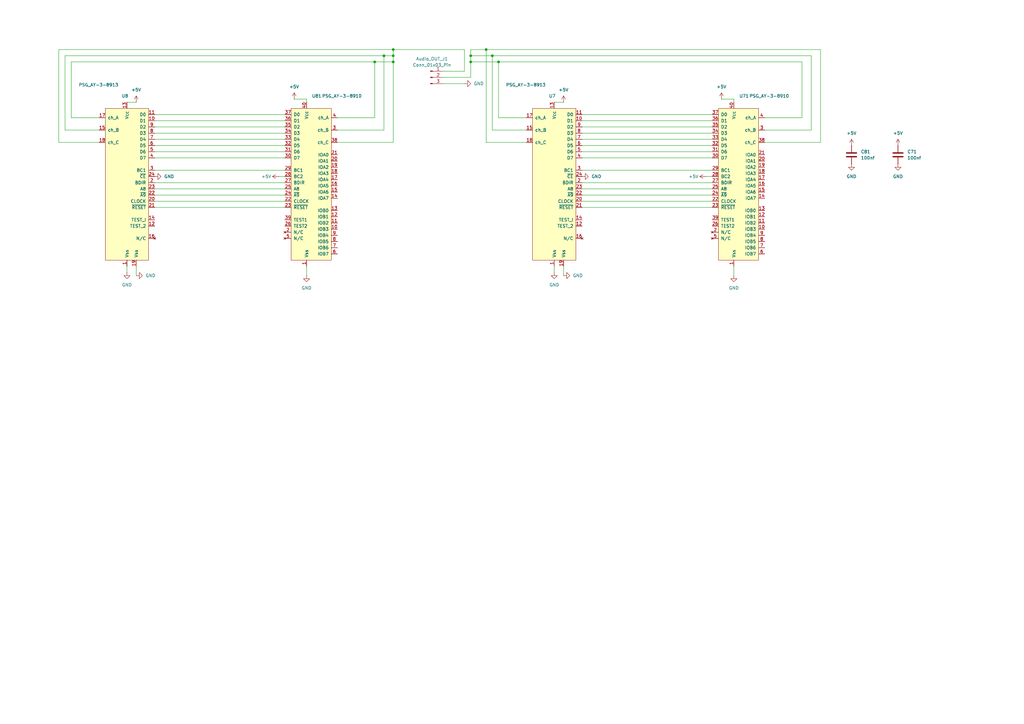
<source format=kicad_sch>
(kicad_sch
	(version 20231120)
	(generator "eeschema")
	(generator_version "8.0")
	(uuid "7974acf8-5d13-4c70-86b5-036fa6790939")
	(paper "A3")
	(title_block
		(title "8913-8910 Adapter triangle")
		(date "2024-06-27")
		(rev "v2.0a")
	)
	(lib_symbols
		(symbol "8bits:PSG_AY-3-8910"
			(pin_names
				(offset 1.016)
			)
			(exclude_from_sim no)
			(in_bom yes)
			(on_board yes)
			(property "Reference" "U1"
				(at 0.9241 34.29 0)
				(effects
					(font
						(size 1.27 1.27)
					)
					(justify left)
				)
			)
			(property "Value" "PSG_AY-3-8910"
				(at 5.08 34.29 0)
				(effects
					(font
						(size 1.27 1.27)
					)
					(justify left)
				)
			)
			(property "Footprint" "Package_DIP:DIP-40_W15.24mm_Socket"
				(at 1.27 30.48 0)
				(effects
					(font
						(size 1.27 1.27)
					)
					(hide yes)
				)
			)
			(property "Datasheet" "map.grauw.nl/resources/sound/generalinstrument_ay-3-8910.pdf"
				(at 1.27 30.48 0)
				(effects
					(font
						(size 1.27 1.27)
					)
					(hide yes)
				)
			)
			(property "Description" "3 Chanel Programable Sound Generator + 16 I/O"
				(at 0 0 0)
				(effects
					(font
						(size 1.27 1.27)
					)
					(hide yes)
				)
			)
			(property "ki_fp_filters" "Package_DIP:DIP-40_W15.24mm*"
				(at 0 0 0)
				(effects
					(font
						(size 1.27 1.27)
					)
					(hide yes)
				)
			)
			(symbol "PSG_AY-3-8910_0_1"
				(rectangle
					(start -7.62 29.21)
					(end 8.89 -33.02)
					(stroke
						(width 0)
						(type default)
					)
					(fill
						(type background)
					)
				)
			)
			(symbol "PSG_AY-3-8910_1_1"
				(pin power_in line
					(at -1.27 -35.56 90)
					(length 2.54)
					(name "Vss"
						(effects
							(font
								(size 1.27 1.27)
							)
						)
					)
					(number "1"
						(effects
							(font
								(size 1.27 1.27)
							)
						)
					)
				)
				(pin bidirectional line
					(at 11.43 -20.32 180)
					(length 2.54)
					(name "IOB3"
						(effects
							(font
								(size 1.27 1.27)
							)
						)
					)
					(number "10"
						(effects
							(font
								(size 1.27 1.27)
							)
						)
					)
				)
				(pin bidirectional line
					(at 11.43 -17.78 180)
					(length 2.54)
					(name "IOB2"
						(effects
							(font
								(size 1.27 1.27)
							)
						)
					)
					(number "11"
						(effects
							(font
								(size 1.27 1.27)
							)
						)
					)
				)
				(pin bidirectional line
					(at 11.43 -15.24 180)
					(length 2.54)
					(name "IOB1"
						(effects
							(font
								(size 1.27 1.27)
							)
						)
					)
					(number "12"
						(effects
							(font
								(size 1.27 1.27)
							)
						)
					)
				)
				(pin bidirectional line
					(at 11.43 -12.7 180)
					(length 2.54)
					(name "IOB0"
						(effects
							(font
								(size 1.27 1.27)
							)
						)
					)
					(number "13"
						(effects
							(font
								(size 1.27 1.27)
							)
						)
					)
				)
				(pin bidirectional line
					(at 11.43 -7.62 180)
					(length 2.54)
					(name "IOA7"
						(effects
							(font
								(size 1.27 1.27)
							)
						)
					)
					(number "14"
						(effects
							(font
								(size 1.27 1.27)
							)
						)
					)
				)
				(pin bidirectional line
					(at 11.43 -5.08 180)
					(length 2.54)
					(name "IOA6"
						(effects
							(font
								(size 1.27 1.27)
							)
						)
					)
					(number "15"
						(effects
							(font
								(size 1.27 1.27)
							)
						)
					)
				)
				(pin bidirectional line
					(at 11.43 -2.54 180)
					(length 2.54)
					(name "IOA5"
						(effects
							(font
								(size 1.27 1.27)
							)
						)
					)
					(number "16"
						(effects
							(font
								(size 1.27 1.27)
							)
						)
					)
				)
				(pin bidirectional line
					(at 11.43 0 180)
					(length 2.54)
					(name "IOA4"
						(effects
							(font
								(size 1.27 1.27)
							)
						)
					)
					(number "17"
						(effects
							(font
								(size 1.27 1.27)
							)
						)
					)
				)
				(pin bidirectional line
					(at 11.43 2.54 180)
					(length 2.54)
					(name "IOA3"
						(effects
							(font
								(size 1.27 1.27)
							)
						)
					)
					(number "18"
						(effects
							(font
								(size 1.27 1.27)
							)
						)
					)
				)
				(pin bidirectional line
					(at 11.43 5.08 180)
					(length 2.54)
					(name "IOA2"
						(effects
							(font
								(size 1.27 1.27)
							)
						)
					)
					(number "19"
						(effects
							(font
								(size 1.27 1.27)
							)
						)
					)
				)
				(pin no_connect line
					(at -10.16 -21.59 0)
					(length 2.54)
					(name "N/C"
						(effects
							(font
								(size 1.27 1.27)
							)
						)
					)
					(number "2"
						(effects
							(font
								(size 1.27 1.27)
							)
						)
					)
				)
				(pin bidirectional line
					(at 11.43 7.62 180)
					(length 2.54)
					(name "IOA1"
						(effects
							(font
								(size 1.27 1.27)
							)
						)
					)
					(number "20"
						(effects
							(font
								(size 1.27 1.27)
							)
						)
					)
				)
				(pin bidirectional line
					(at 11.43 10.16 180)
					(length 2.54)
					(name "IOA0"
						(effects
							(font
								(size 1.27 1.27)
							)
						)
					)
					(number "21"
						(effects
							(font
								(size 1.27 1.27)
							)
						)
					)
				)
				(pin input line
					(at -10.16 -8.89 0)
					(length 2.54)
					(name "CLOCK"
						(effects
							(font
								(size 1.27 1.27)
							)
						)
					)
					(number "22"
						(effects
							(font
								(size 1.27 1.27)
							)
						)
					)
				)
				(pin input line
					(at -10.16 -11.43 0)
					(length 2.54)
					(name "~{RESET}"
						(effects
							(font
								(size 1.27 1.27)
							)
						)
					)
					(number "23"
						(effects
							(font
								(size 1.27 1.27)
							)
						)
					)
				)
				(pin input line
					(at -10.16 -6.35 0)
					(length 2.54)
					(name "~{A9}"
						(effects
							(font
								(size 1.27 1.27)
							)
						)
					)
					(number "24"
						(effects
							(font
								(size 1.27 1.27)
							)
						)
					)
				)
				(pin input line
					(at -10.16 -3.81 0)
					(length 2.54)
					(name "A8"
						(effects
							(font
								(size 1.27 1.27)
							)
						)
					)
					(number "25"
						(effects
							(font
								(size 1.27 1.27)
							)
						)
					)
				)
				(pin input line
					(at -10.16 -19.05 0)
					(length 2.54)
					(name "TEST2"
						(effects
							(font
								(size 1.27 1.27)
							)
						)
					)
					(number "26"
						(effects
							(font
								(size 1.27 1.27)
							)
						)
					)
				)
				(pin input line
					(at -10.16 -1.27 0)
					(length 2.54)
					(name "BDIR"
						(effects
							(font
								(size 1.27 1.27)
							)
						)
					)
					(number "27"
						(effects
							(font
								(size 1.27 1.27)
							)
						)
					)
				)
				(pin input line
					(at -10.16 1.27 0)
					(length 2.54)
					(name "BC2"
						(effects
							(font
								(size 1.27 1.27)
							)
						)
					)
					(number "28"
						(effects
							(font
								(size 1.27 1.27)
							)
						)
					)
				)
				(pin input line
					(at -10.16 3.81 0)
					(length 2.54)
					(name "BC1"
						(effects
							(font
								(size 1.27 1.27)
							)
						)
					)
					(number "29"
						(effects
							(font
								(size 1.27 1.27)
							)
						)
					)
				)
				(pin output line
					(at 11.43 20.32 180)
					(length 2.54)
					(name "ch_B"
						(effects
							(font
								(size 1.27 1.27)
							)
						)
					)
					(number "3"
						(effects
							(font
								(size 1.27 1.27)
							)
						)
					)
				)
				(pin bidirectional line
					(at -10.16 8.89 0)
					(length 2.54)
					(name "D7"
						(effects
							(font
								(size 1.27 1.27)
							)
						)
					)
					(number "30"
						(effects
							(font
								(size 1.27 1.27)
							)
						)
					)
				)
				(pin bidirectional line
					(at -10.16 11.43 0)
					(length 2.54)
					(name "D6"
						(effects
							(font
								(size 1.27 1.27)
							)
						)
					)
					(number "31"
						(effects
							(font
								(size 1.27 1.27)
							)
						)
					)
				)
				(pin bidirectional line
					(at -10.16 13.97 0)
					(length 2.54)
					(name "D5"
						(effects
							(font
								(size 1.27 1.27)
							)
						)
					)
					(number "32"
						(effects
							(font
								(size 1.27 1.27)
							)
						)
					)
				)
				(pin bidirectional line
					(at -10.16 16.51 0)
					(length 2.54)
					(name "D4"
						(effects
							(font
								(size 1.27 1.27)
							)
						)
					)
					(number "33"
						(effects
							(font
								(size 1.27 1.27)
							)
						)
					)
				)
				(pin bidirectional line
					(at -10.16 19.05 0)
					(length 2.54)
					(name "D3"
						(effects
							(font
								(size 1.27 1.27)
							)
						)
					)
					(number "34"
						(effects
							(font
								(size 1.27 1.27)
							)
						)
					)
				)
				(pin bidirectional line
					(at -10.16 21.59 0)
					(length 2.54)
					(name "D2"
						(effects
							(font
								(size 1.27 1.27)
							)
						)
					)
					(number "35"
						(effects
							(font
								(size 1.27 1.27)
							)
						)
					)
				)
				(pin bidirectional line
					(at -10.16 24.13 0)
					(length 2.54)
					(name "D1"
						(effects
							(font
								(size 1.27 1.27)
							)
						)
					)
					(number "36"
						(effects
							(font
								(size 1.27 1.27)
							)
						)
					)
				)
				(pin bidirectional line
					(at -10.16 26.67 0)
					(length 2.54)
					(name "D0"
						(effects
							(font
								(size 1.27 1.27)
							)
						)
					)
					(number "37"
						(effects
							(font
								(size 1.27 1.27)
							)
						)
					)
				)
				(pin output line
					(at 11.43 15.24 180)
					(length 2.54)
					(name "ch_C"
						(effects
							(font
								(size 1.27 1.27)
							)
						)
					)
					(number "38"
						(effects
							(font
								(size 1.27 1.27)
							)
						)
					)
				)
				(pin input line
					(at -10.16 -16.51 0)
					(length 2.54)
					(name "TEST1"
						(effects
							(font
								(size 1.27 1.27)
							)
						)
					)
					(number "39"
						(effects
							(font
								(size 1.27 1.27)
							)
						)
					)
				)
				(pin output line
					(at 11.43 25.4 180)
					(length 2.54)
					(name "ch_A"
						(effects
							(font
								(size 1.27 1.27)
							)
						)
					)
					(number "4"
						(effects
							(font
								(size 1.27 1.27)
							)
						)
					)
				)
				(pin power_in line
					(at -1.27 31.75 270)
					(length 2.54)
					(name "Vcc"
						(effects
							(font
								(size 1.27 1.27)
							)
						)
					)
					(number "40"
						(effects
							(font
								(size 1.27 1.27)
							)
						)
					)
				)
				(pin no_connect line
					(at -10.16 -24.13 0)
					(length 2.54)
					(name "N/C"
						(effects
							(font
								(size 1.27 1.27)
							)
						)
					)
					(number "5"
						(effects
							(font
								(size 1.27 1.27)
							)
						)
					)
				)
				(pin bidirectional line
					(at 11.43 -30.48 180)
					(length 2.54)
					(name "IOB7"
						(effects
							(font
								(size 1.27 1.27)
							)
						)
					)
					(number "6"
						(effects
							(font
								(size 1.27 1.27)
							)
						)
					)
				)
				(pin bidirectional line
					(at 11.43 -27.94 180)
					(length 2.54)
					(name "IOB6"
						(effects
							(font
								(size 1.27 1.27)
							)
						)
					)
					(number "7"
						(effects
							(font
								(size 1.27 1.27)
							)
						)
					)
				)
				(pin bidirectional line
					(at 11.43 -25.4 180)
					(length 2.54)
					(name "IOB5"
						(effects
							(font
								(size 1.27 1.27)
							)
						)
					)
					(number "8"
						(effects
							(font
								(size 1.27 1.27)
							)
						)
					)
				)
				(pin bidirectional line
					(at 11.43 -22.86 180)
					(length 2.54)
					(name "IOB4"
						(effects
							(font
								(size 1.27 1.27)
							)
						)
					)
					(number "9"
						(effects
							(font
								(size 1.27 1.27)
							)
						)
					)
				)
			)
		)
		(symbol "8bits:PSG_AY-3-8913"
			(pin_names
				(offset 1.016)
			)
			(exclude_from_sim no)
			(in_bom yes)
			(on_board yes)
			(property "Reference" "U2"
				(at -2.1941 31.75 0)
				(effects
					(font
						(size 1.27 1.27)
					)
					(justify left)
				)
			)
			(property "Value" "PSG_AY-3-8913"
				(at -19.812 36.322 0)
				(effects
					(font
						(size 1.27 1.27)
					)
					(justify left)
				)
			)
			(property "Footprint" "Package_DIP:DIP-24_W15.24mm_LongPads"
				(at 0 27.94 0)
				(effects
					(font
						(size 1.27 1.27)
					)
					(hide yes)
				)
			)
			(property "Datasheet" "map.grauw.nl/resources/sound/generalinstrument_ay-3-8910.pdf"
				(at 0 27.94 0)
				(effects
					(font
						(size 1.27 1.27)
					)
					(hide yes)
				)
			)
			(property "Description" "3 Chanel Programable Sound Generator + 8 I/O"
				(at 0 0 0)
				(effects
					(font
						(size 1.27 1.27)
					)
					(hide yes)
				)
			)
			(property "ki_fp_filters" "Package_DIP:DIP-24_W15.24mm*"
				(at 0 0 0)
				(effects
					(font
						(size 1.27 1.27)
					)
					(hide yes)
				)
			)
			(symbol "PSG_AY-3-8913_0_1"
				(rectangle
					(start -8.89 26.67)
					(end 8.89 -35.56)
					(stroke
						(width 0)
						(type default)
					)
					(fill
						(type background)
					)
				)
			)
			(symbol "PSG_AY-3-8913_1_1"
				(pin power_in line
					(at 0 -38.1 90)
					(length 2.54)
					(name "Vss"
						(effects
							(font
								(size 1.27 1.27)
							)
						)
					)
					(number "1"
						(effects
							(font
								(size 1.27 1.27)
							)
						)
					)
				)
				(pin bidirectional line
					(at 11.43 21.59 180)
					(length 2.54)
					(name "D1"
						(effects
							(font
								(size 1.27 1.27)
							)
						)
					)
					(number "10"
						(effects
							(font
								(size 1.27 1.27)
							)
						)
					)
				)
				(pin bidirectional line
					(at 11.43 24.13 180)
					(length 2.54)
					(name "D0"
						(effects
							(font
								(size 1.27 1.27)
							)
						)
					)
					(number "11"
						(effects
							(font
								(size 1.27 1.27)
							)
						)
					)
				)
				(pin input line
					(at 11.43 -21.59 180)
					(length 2.54)
					(name "TEST_2"
						(effects
							(font
								(size 1.27 1.27)
							)
						)
					)
					(number "12"
						(effects
							(font
								(size 1.27 1.27)
							)
						)
					)
				)
				(pin power_in line
					(at 0 29.21 270)
					(length 2.54)
					(name "Vcc"
						(effects
							(font
								(size 1.27 1.27)
							)
						)
					)
					(number "13"
						(effects
							(font
								(size 1.27 1.27)
							)
						)
					)
				)
				(pin input line
					(at 11.43 -19.05 180)
					(length 2.54)
					(name "TEST_I"
						(effects
							(font
								(size 1.27 1.27)
							)
						)
					)
					(number "14"
						(effects
							(font
								(size 1.27 1.27)
							)
						)
					)
				)
				(pin output line
					(at -11.43 17.78 0)
					(length 2.54)
					(name "ch_B"
						(effects
							(font
								(size 1.27 1.27)
							)
						)
					)
					(number "15"
						(effects
							(font
								(size 1.27 1.27)
							)
						)
					)
				)
				(pin no_connect line
					(at 11.43 -26.67 180)
					(length 2.54)
					(name "N/C"
						(effects
							(font
								(size 1.27 1.27)
							)
						)
					)
					(number "16"
						(effects
							(font
								(size 1.27 1.27)
							)
						)
					)
				)
				(pin output line
					(at -11.43 22.86 0)
					(length 2.54)
					(name "ch_A"
						(effects
							(font
								(size 1.27 1.27)
							)
						)
					)
					(number "17"
						(effects
							(font
								(size 1.27 1.27)
							)
						)
					)
				)
				(pin output line
					(at -11.43 12.7 0)
					(length 2.54)
					(name "ch_C"
						(effects
							(font
								(size 1.27 1.27)
							)
						)
					)
					(number "18"
						(effects
							(font
								(size 1.27 1.27)
							)
						)
					)
				)
				(pin power_in line
					(at 3.81 -38.1 90)
					(length 2.54)
					(name "Vss"
						(effects
							(font
								(size 1.27 1.27)
							)
						)
					)
					(number "19"
						(effects
							(font
								(size 1.27 1.27)
							)
						)
					)
				)
				(pin input line
					(at 11.43 -3.81 180)
					(length 2.54)
					(name "BDIR"
						(effects
							(font
								(size 1.27 1.27)
							)
						)
					)
					(number "2"
						(effects
							(font
								(size 1.27 1.27)
							)
						)
					)
				)
				(pin input line
					(at 11.43 -11.43 180)
					(length 2.54)
					(name "CLOCK"
						(effects
							(font
								(size 1.27 1.27)
							)
						)
					)
					(number "20"
						(effects
							(font
								(size 1.27 1.27)
							)
						)
					)
				)
				(pin input line
					(at 11.43 -13.97 180)
					(length 2.54)
					(name "~{RESET}"
						(effects
							(font
								(size 1.27 1.27)
							)
						)
					)
					(number "21"
						(effects
							(font
								(size 1.27 1.27)
							)
						)
					)
				)
				(pin input line
					(at 11.43 -8.89 180)
					(length 2.54)
					(name "~{A9}"
						(effects
							(font
								(size 1.27 1.27)
							)
						)
					)
					(number "22"
						(effects
							(font
								(size 1.27 1.27)
							)
						)
					)
				)
				(pin input line
					(at 11.43 -6.35 180)
					(length 2.54)
					(name "A8"
						(effects
							(font
								(size 1.27 1.27)
							)
						)
					)
					(number "23"
						(effects
							(font
								(size 1.27 1.27)
							)
						)
					)
				)
				(pin input line
					(at 11.43 -1.27 180)
					(length 2.54)
					(name "~{CE}"
						(effects
							(font
								(size 1.27 1.27)
							)
						)
					)
					(number "24"
						(effects
							(font
								(size 1.27 1.27)
							)
						)
					)
				)
				(pin input line
					(at 11.43 1.27 180)
					(length 2.54)
					(name "BC1"
						(effects
							(font
								(size 1.27 1.27)
							)
						)
					)
					(number "3"
						(effects
							(font
								(size 1.27 1.27)
							)
						)
					)
				)
				(pin bidirectional line
					(at 11.43 6.35 180)
					(length 2.54)
					(name "D7"
						(effects
							(font
								(size 1.27 1.27)
							)
						)
					)
					(number "4"
						(effects
							(font
								(size 1.27 1.27)
							)
						)
					)
				)
				(pin bidirectional line
					(at 11.43 8.89 180)
					(length 2.54)
					(name "D6"
						(effects
							(font
								(size 1.27 1.27)
							)
						)
					)
					(number "5"
						(effects
							(font
								(size 1.27 1.27)
							)
						)
					)
				)
				(pin bidirectional line
					(at 11.43 11.43 180)
					(length 2.54)
					(name "D5"
						(effects
							(font
								(size 1.27 1.27)
							)
						)
					)
					(number "6"
						(effects
							(font
								(size 1.27 1.27)
							)
						)
					)
				)
				(pin bidirectional line
					(at 11.43 13.97 180)
					(length 2.54)
					(name "D4"
						(effects
							(font
								(size 1.27 1.27)
							)
						)
					)
					(number "7"
						(effects
							(font
								(size 1.27 1.27)
							)
						)
					)
				)
				(pin bidirectional line
					(at 11.43 16.51 180)
					(length 2.54)
					(name "D3"
						(effects
							(font
								(size 1.27 1.27)
							)
						)
					)
					(number "8"
						(effects
							(font
								(size 1.27 1.27)
							)
						)
					)
				)
				(pin bidirectional line
					(at 11.43 19.05 180)
					(length 2.54)
					(name "D2"
						(effects
							(font
								(size 1.27 1.27)
							)
						)
					)
					(number "9"
						(effects
							(font
								(size 1.27 1.27)
							)
						)
					)
				)
			)
		)
		(symbol "Connector:Conn_01x03_Pin"
			(pin_names
				(offset 1.016) hide)
			(exclude_from_sim no)
			(in_bom yes)
			(on_board yes)
			(property "Reference" "J"
				(at 0 5.08 0)
				(effects
					(font
						(size 1.27 1.27)
					)
				)
			)
			(property "Value" "Conn_01x03_Pin"
				(at 0 -5.08 0)
				(effects
					(font
						(size 1.27 1.27)
					)
				)
			)
			(property "Footprint" ""
				(at 0 0 0)
				(effects
					(font
						(size 1.27 1.27)
					)
					(hide yes)
				)
			)
			(property "Datasheet" "~"
				(at 0 0 0)
				(effects
					(font
						(size 1.27 1.27)
					)
					(hide yes)
				)
			)
			(property "Description" "Generic connector, single row, 01x03, script generated"
				(at 0 0 0)
				(effects
					(font
						(size 1.27 1.27)
					)
					(hide yes)
				)
			)
			(property "ki_locked" ""
				(at 0 0 0)
				(effects
					(font
						(size 1.27 1.27)
					)
				)
			)
			(property "ki_keywords" "connector"
				(at 0 0 0)
				(effects
					(font
						(size 1.27 1.27)
					)
					(hide yes)
				)
			)
			(property "ki_fp_filters" "Connector*:*_1x??_*"
				(at 0 0 0)
				(effects
					(font
						(size 1.27 1.27)
					)
					(hide yes)
				)
			)
			(symbol "Conn_01x03_Pin_1_1"
				(polyline
					(pts
						(xy 1.27 -2.54) (xy 0.8636 -2.54)
					)
					(stroke
						(width 0.1524)
						(type default)
					)
					(fill
						(type none)
					)
				)
				(polyline
					(pts
						(xy 1.27 0) (xy 0.8636 0)
					)
					(stroke
						(width 0.1524)
						(type default)
					)
					(fill
						(type none)
					)
				)
				(polyline
					(pts
						(xy 1.27 2.54) (xy 0.8636 2.54)
					)
					(stroke
						(width 0.1524)
						(type default)
					)
					(fill
						(type none)
					)
				)
				(rectangle
					(start 0.8636 -2.413)
					(end 0 -2.667)
					(stroke
						(width 0.1524)
						(type default)
					)
					(fill
						(type outline)
					)
				)
				(rectangle
					(start 0.8636 0.127)
					(end 0 -0.127)
					(stroke
						(width 0.1524)
						(type default)
					)
					(fill
						(type outline)
					)
				)
				(rectangle
					(start 0.8636 2.667)
					(end 0 2.413)
					(stroke
						(width 0.1524)
						(type default)
					)
					(fill
						(type outline)
					)
				)
				(pin passive line
					(at 5.08 2.54 180)
					(length 3.81)
					(name "Pin_1"
						(effects
							(font
								(size 1.27 1.27)
							)
						)
					)
					(number "1"
						(effects
							(font
								(size 1.27 1.27)
							)
						)
					)
				)
				(pin passive line
					(at 5.08 0 180)
					(length 3.81)
					(name "Pin_2"
						(effects
							(font
								(size 1.27 1.27)
							)
						)
					)
					(number "2"
						(effects
							(font
								(size 1.27 1.27)
							)
						)
					)
				)
				(pin passive line
					(at 5.08 -2.54 180)
					(length 3.81)
					(name "Pin_3"
						(effects
							(font
								(size 1.27 1.27)
							)
						)
					)
					(number "3"
						(effects
							(font
								(size 1.27 1.27)
							)
						)
					)
				)
			)
		)
		(symbol "Device:C"
			(pin_numbers hide)
			(pin_names
				(offset 0.254)
			)
			(exclude_from_sim no)
			(in_bom yes)
			(on_board yes)
			(property "Reference" "C"
				(at 0.635 2.54 0)
				(effects
					(font
						(size 1.27 1.27)
					)
					(justify left)
				)
			)
			(property "Value" "C"
				(at 0.635 -2.54 0)
				(effects
					(font
						(size 1.27 1.27)
					)
					(justify left)
				)
			)
			(property "Footprint" ""
				(at 0.9652 -3.81 0)
				(effects
					(font
						(size 1.27 1.27)
					)
					(hide yes)
				)
			)
			(property "Datasheet" "~"
				(at 0 0 0)
				(effects
					(font
						(size 1.27 1.27)
					)
					(hide yes)
				)
			)
			(property "Description" "Unpolarized capacitor"
				(at 0 0 0)
				(effects
					(font
						(size 1.27 1.27)
					)
					(hide yes)
				)
			)
			(property "ki_keywords" "cap capacitor"
				(at 0 0 0)
				(effects
					(font
						(size 1.27 1.27)
					)
					(hide yes)
				)
			)
			(property "ki_fp_filters" "C_*"
				(at 0 0 0)
				(effects
					(font
						(size 1.27 1.27)
					)
					(hide yes)
				)
			)
			(symbol "C_0_1"
				(polyline
					(pts
						(xy -2.032 -0.762) (xy 2.032 -0.762)
					)
					(stroke
						(width 0.508)
						(type default)
					)
					(fill
						(type none)
					)
				)
				(polyline
					(pts
						(xy -2.032 0.762) (xy 2.032 0.762)
					)
					(stroke
						(width 0.508)
						(type default)
					)
					(fill
						(type none)
					)
				)
			)
			(symbol "C_1_1"
				(pin passive line
					(at 0 3.81 270)
					(length 2.794)
					(name "~"
						(effects
							(font
								(size 1.27 1.27)
							)
						)
					)
					(number "1"
						(effects
							(font
								(size 1.27 1.27)
							)
						)
					)
				)
				(pin passive line
					(at 0 -3.81 90)
					(length 2.794)
					(name "~"
						(effects
							(font
								(size 1.27 1.27)
							)
						)
					)
					(number "2"
						(effects
							(font
								(size 1.27 1.27)
							)
						)
					)
				)
			)
		)
		(symbol "power:+5V"
			(power)
			(pin_numbers hide)
			(pin_names
				(offset 0) hide)
			(exclude_from_sim no)
			(in_bom yes)
			(on_board yes)
			(property "Reference" "#PWR"
				(at 0 -3.81 0)
				(effects
					(font
						(size 1.27 1.27)
					)
					(hide yes)
				)
			)
			(property "Value" "+5V"
				(at 0 3.556 0)
				(effects
					(font
						(size 1.27 1.27)
					)
				)
			)
			(property "Footprint" ""
				(at 0 0 0)
				(effects
					(font
						(size 1.27 1.27)
					)
					(hide yes)
				)
			)
			(property "Datasheet" ""
				(at 0 0 0)
				(effects
					(font
						(size 1.27 1.27)
					)
					(hide yes)
				)
			)
			(property "Description" "Power symbol creates a global label with name \"+5V\""
				(at 0 0 0)
				(effects
					(font
						(size 1.27 1.27)
					)
					(hide yes)
				)
			)
			(property "ki_keywords" "global power"
				(at 0 0 0)
				(effects
					(font
						(size 1.27 1.27)
					)
					(hide yes)
				)
			)
			(symbol "+5V_0_1"
				(polyline
					(pts
						(xy -0.762 1.27) (xy 0 2.54)
					)
					(stroke
						(width 0)
						(type default)
					)
					(fill
						(type none)
					)
				)
				(polyline
					(pts
						(xy 0 0) (xy 0 2.54)
					)
					(stroke
						(width 0)
						(type default)
					)
					(fill
						(type none)
					)
				)
				(polyline
					(pts
						(xy 0 2.54) (xy 0.762 1.27)
					)
					(stroke
						(width 0)
						(type default)
					)
					(fill
						(type none)
					)
				)
			)
			(symbol "+5V_1_1"
				(pin power_in line
					(at 0 0 90)
					(length 0)
					(name "~"
						(effects
							(font
								(size 1.27 1.27)
							)
						)
					)
					(number "1"
						(effects
							(font
								(size 1.27 1.27)
							)
						)
					)
				)
			)
		)
		(symbol "power:GND"
			(power)
			(pin_numbers hide)
			(pin_names
				(offset 0) hide)
			(exclude_from_sim no)
			(in_bom yes)
			(on_board yes)
			(property "Reference" "#PWR"
				(at 0 -6.35 0)
				(effects
					(font
						(size 1.27 1.27)
					)
					(hide yes)
				)
			)
			(property "Value" "GND"
				(at 0 -3.81 0)
				(effects
					(font
						(size 1.27 1.27)
					)
				)
			)
			(property "Footprint" ""
				(at 0 0 0)
				(effects
					(font
						(size 1.27 1.27)
					)
					(hide yes)
				)
			)
			(property "Datasheet" ""
				(at 0 0 0)
				(effects
					(font
						(size 1.27 1.27)
					)
					(hide yes)
				)
			)
			(property "Description" "Power symbol creates a global label with name \"GND\" , ground"
				(at 0 0 0)
				(effects
					(font
						(size 1.27 1.27)
					)
					(hide yes)
				)
			)
			(property "ki_keywords" "global power"
				(at 0 0 0)
				(effects
					(font
						(size 1.27 1.27)
					)
					(hide yes)
				)
			)
			(symbol "GND_0_1"
				(polyline
					(pts
						(xy 0 0) (xy 0 -1.27) (xy 1.27 -1.27) (xy 0 -2.54) (xy -1.27 -1.27) (xy 0 -1.27)
					)
					(stroke
						(width 0)
						(type default)
					)
					(fill
						(type none)
					)
				)
			)
			(symbol "GND_1_1"
				(pin power_in line
					(at 0 0 270)
					(length 0)
					(name "~"
						(effects
							(font
								(size 1.27 1.27)
							)
						)
					)
					(number "1"
						(effects
							(font
								(size 1.27 1.27)
							)
						)
					)
				)
			)
		)
	)
	(junction
		(at 204.47 25.4)
		(diameter 0)
		(color 0 0 0 0)
		(uuid "503e82fb-bb81-4bf1-99b6-ec5fc0de46ff")
	)
	(junction
		(at 153.67 25.4)
		(diameter 0)
		(color 0 0 0 0)
		(uuid "642c9d4c-229c-402c-b2fa-b0b4f99fb7fa")
	)
	(junction
		(at 193.04 22.86)
		(diameter 0)
		(color 0 0 0 0)
		(uuid "679b87d0-78c8-49f9-b893-19e645bf3105")
	)
	(junction
		(at 199.39 20.32)
		(diameter 0)
		(color 0 0 0 0)
		(uuid "bd2756b1-2959-40b5-9bff-2424453be707")
	)
	(junction
		(at 161.29 25.4)
		(diameter 0)
		(color 0 0 0 0)
		(uuid "c706f6b2-6559-4dbb-ba6e-11e093d0ab04")
	)
	(junction
		(at 161.29 22.86)
		(diameter 0)
		(color 0 0 0 0)
		(uuid "d2ae3849-82b7-4268-9ea9-694f32492923")
	)
	(junction
		(at 193.04 25.4)
		(diameter 0)
		(color 0 0 0 0)
		(uuid "dbe41782-b62f-4896-a168-e3e921c7c933")
	)
	(junction
		(at 201.93 22.86)
		(diameter 0)
		(color 0 0 0 0)
		(uuid "e06d79e2-5bce-4cd7-9706-138a9d005cec")
	)
	(junction
		(at 157.48 22.86)
		(diameter 0)
		(color 0 0 0 0)
		(uuid "e0739fd7-a063-49ba-9550-bc613b819572")
	)
	(junction
		(at 161.29 20.32)
		(diameter 0)
		(color 0 0 0 0)
		(uuid "ecfc89b2-f035-4a46-b69a-08c42cd85d41")
	)
	(wire
		(pts
			(xy 181.61 34.29) (xy 190.5 34.29)
		)
		(stroke
			(width 0)
			(type default)
		)
		(uuid "0567be80-59ae-46f7-ac2b-428b349e7458")
	)
	(wire
		(pts
			(xy 328.93 48.26) (xy 328.93 25.4)
		)
		(stroke
			(width 0)
			(type default)
		)
		(uuid "090ea74b-c58f-42fa-8239-6e53b39c6dcb")
	)
	(wire
		(pts
			(xy 24.13 58.42) (xy 40.64 58.42)
		)
		(stroke
			(width 0)
			(type default)
		)
		(uuid "143c889c-cf94-41ff-a5d3-6a872d505af3")
	)
	(wire
		(pts
			(xy 157.48 22.86) (xy 161.29 22.86)
		)
		(stroke
			(width 0)
			(type default)
		)
		(uuid "14e19b03-7d52-4d38-ac9f-ddb0b4d7a4f3")
	)
	(wire
		(pts
			(xy 157.48 22.86) (xy 157.48 53.34)
		)
		(stroke
			(width 0)
			(type default)
		)
		(uuid "1e36090b-df38-4708-b0a6-05504f975893")
	)
	(wire
		(pts
			(xy 63.5 80.01) (xy 116.84 80.01)
		)
		(stroke
			(width 0)
			(type default)
		)
		(uuid "224af900-de71-434a-b6ac-5edd7476c3b7")
	)
	(wire
		(pts
			(xy 193.04 31.75) (xy 181.61 31.75)
		)
		(stroke
			(width 0)
			(type default)
		)
		(uuid "25ec7f11-c6e5-454e-9950-f37b3699d24b")
	)
	(wire
		(pts
			(xy 29.21 25.4) (xy 29.21 48.26)
		)
		(stroke
			(width 0)
			(type default)
		)
		(uuid "288e916b-33db-47ac-868e-e5528794eb0a")
	)
	(wire
		(pts
			(xy 153.67 25.4) (xy 161.29 25.4)
		)
		(stroke
			(width 0)
			(type default)
		)
		(uuid "3148e73c-5094-4af3-b4fb-cf1ad5c4bb00")
	)
	(wire
		(pts
			(xy 201.93 22.86) (xy 332.74 22.86)
		)
		(stroke
			(width 0)
			(type default)
		)
		(uuid "31fbcb95-8479-48bf-ab7e-d2a64fa6e07c")
	)
	(wire
		(pts
			(xy 63.5 77.47) (xy 116.84 77.47)
		)
		(stroke
			(width 0)
			(type default)
		)
		(uuid "32e1ccf8-ef7d-4cdf-a7af-179dd9aa0468")
	)
	(wire
		(pts
			(xy 63.5 49.53) (xy 116.84 49.53)
		)
		(stroke
			(width 0)
			(type default)
		)
		(uuid "3633742a-2199-4adc-b2fd-a97dd1d96d75")
	)
	(wire
		(pts
			(xy 120.65 40.64) (xy 125.73 40.64)
		)
		(stroke
			(width 0)
			(type default)
		)
		(uuid "38b7edb1-d6ab-4c27-8bf6-d234d8553827")
	)
	(wire
		(pts
			(xy 238.76 57.15) (xy 292.1 57.15)
		)
		(stroke
			(width 0)
			(type default)
		)
		(uuid "3941e8ba-b989-4d7b-be80-4ccb80c478a3")
	)
	(wire
		(pts
			(xy 138.43 58.42) (xy 161.29 58.42)
		)
		(stroke
			(width 0)
			(type default)
		)
		(uuid "3b5cbf6b-1394-48bb-b7dc-d9c51ab77fd1")
	)
	(wire
		(pts
			(xy 63.5 46.99) (xy 116.84 46.99)
		)
		(stroke
			(width 0)
			(type default)
		)
		(uuid "3dc1ef6e-056b-45bf-be07-7a41fe70c8ac")
	)
	(wire
		(pts
			(xy 26.67 22.86) (xy 157.48 22.86)
		)
		(stroke
			(width 0)
			(type default)
		)
		(uuid "3ed42079-73e7-40b9-a1ea-5c37e153c276")
	)
	(wire
		(pts
			(xy 204.47 25.4) (xy 204.47 48.26)
		)
		(stroke
			(width 0)
			(type default)
		)
		(uuid "40e0939b-3bb1-4402-a772-e0e022454726")
	)
	(wire
		(pts
			(xy 289.56 72.39) (xy 292.1 72.39)
		)
		(stroke
			(width 0)
			(type default)
		)
		(uuid "452f3e6c-388e-48f2-a83d-42c0992f6bca")
	)
	(wire
		(pts
			(xy 238.76 54.61) (xy 292.1 54.61)
		)
		(stroke
			(width 0)
			(type default)
		)
		(uuid "48114522-4be6-427d-a823-15f00ebf5b98")
	)
	(wire
		(pts
			(xy 24.13 20.32) (xy 161.29 20.32)
		)
		(stroke
			(width 0)
			(type default)
		)
		(uuid "54c4d3f7-4c9c-4038-a65f-28c6eff14f4d")
	)
	(wire
		(pts
			(xy 138.43 48.26) (xy 153.67 48.26)
		)
		(stroke
			(width 0)
			(type default)
		)
		(uuid "5798788e-143b-4fdc-bdac-92858138d5f2")
	)
	(wire
		(pts
			(xy 215.9 53.34) (xy 201.93 53.34)
		)
		(stroke
			(width 0)
			(type default)
		)
		(uuid "5a7ec1ce-5039-4bdb-8bcb-8eb715bcfafb")
	)
	(wire
		(pts
			(xy 26.67 53.34) (xy 26.67 22.86)
		)
		(stroke
			(width 0)
			(type default)
		)
		(uuid "5afc9379-a814-462c-8303-3543771ce3e3")
	)
	(wire
		(pts
			(xy 63.5 57.15) (xy 116.84 57.15)
		)
		(stroke
			(width 0)
			(type default)
		)
		(uuid "5c68b763-fca1-4c79-ac7f-ed9a9d0bed68")
	)
	(wire
		(pts
			(xy 199.39 20.32) (xy 336.55 20.32)
		)
		(stroke
			(width 0)
			(type default)
		)
		(uuid "5cf08da5-82f1-4906-8883-e6b4cf2d1f61")
	)
	(wire
		(pts
			(xy 24.13 20.32) (xy 24.13 58.42)
		)
		(stroke
			(width 0)
			(type default)
		)
		(uuid "5dc42e57-30e3-4c5e-a9d4-3333427ee522")
	)
	(wire
		(pts
			(xy 63.5 74.93) (xy 116.84 74.93)
		)
		(stroke
			(width 0)
			(type default)
		)
		(uuid "608d7950-d5e3-4fb2-a78f-ca317c8270f0")
	)
	(wire
		(pts
			(xy 300.99 109.22) (xy 300.99 113.03)
		)
		(stroke
			(width 0)
			(type default)
		)
		(uuid "626d32f3-cc6e-40cd-bc2c-ce58e36aea2c")
	)
	(wire
		(pts
			(xy 125.73 109.22) (xy 125.73 113.03)
		)
		(stroke
			(width 0)
			(type default)
		)
		(uuid "62b8ace4-4f95-4491-bf0c-421a574dfb4a")
	)
	(wire
		(pts
			(xy 40.64 53.34) (xy 26.67 53.34)
		)
		(stroke
			(width 0)
			(type default)
		)
		(uuid "6e703932-570c-42f4-ad86-bd591346eb89")
	)
	(wire
		(pts
			(xy 55.88 109.22) (xy 55.88 113.03)
		)
		(stroke
			(width 0)
			(type default)
		)
		(uuid "75e7fb4e-b078-457f-98ca-c19fb79b8fb0")
	)
	(wire
		(pts
			(xy 199.39 20.32) (xy 193.04 20.32)
		)
		(stroke
			(width 0)
			(type default)
		)
		(uuid "77cf0c54-ad4a-4e33-9f73-c2573a6c707c")
	)
	(wire
		(pts
			(xy 238.76 62.23) (xy 292.1 62.23)
		)
		(stroke
			(width 0)
			(type default)
		)
		(uuid "784a8e84-6a6c-4449-8390-892e356fc60b")
	)
	(wire
		(pts
			(xy 231.14 109.22) (xy 231.14 113.03)
		)
		(stroke
			(width 0)
			(type default)
		)
		(uuid "788b0c33-c64a-4ef9-8c5f-9fdf5933b6cc")
	)
	(wire
		(pts
			(xy 63.5 85.09) (xy 116.84 85.09)
		)
		(stroke
			(width 0)
			(type default)
		)
		(uuid "7bc0a667-7922-4176-86b0-c09384a2a31d")
	)
	(wire
		(pts
			(xy 29.21 25.4) (xy 153.67 25.4)
		)
		(stroke
			(width 0)
			(type default)
		)
		(uuid "7d08e279-3a9c-413d-8dd8-cb01c2042aa9")
	)
	(wire
		(pts
			(xy 193.04 22.86) (xy 193.04 25.4)
		)
		(stroke
			(width 0)
			(type default)
		)
		(uuid "7e03b38a-3c21-49a4-88db-bed815b26e25")
	)
	(wire
		(pts
			(xy 238.76 52.07) (xy 292.1 52.07)
		)
		(stroke
			(width 0)
			(type default)
		)
		(uuid "7e42b7e7-2385-459b-b26f-617f7ef80fc8")
	)
	(wire
		(pts
			(xy 161.29 20.32) (xy 190.5 20.32)
		)
		(stroke
			(width 0)
			(type default)
		)
		(uuid "7fda90ac-8a72-4aed-8b0d-6b2b7a0428a4")
	)
	(wire
		(pts
			(xy 238.76 82.55) (xy 292.1 82.55)
		)
		(stroke
			(width 0)
			(type default)
		)
		(uuid "80549105-c4cf-41d0-8a8a-7d20be9a6d77")
	)
	(wire
		(pts
			(xy 313.69 53.34) (xy 332.74 53.34)
		)
		(stroke
			(width 0)
			(type default)
		)
		(uuid "8235fb36-d691-40e6-a8b5-588a246974f2")
	)
	(wire
		(pts
			(xy 238.76 85.09) (xy 292.1 85.09)
		)
		(stroke
			(width 0)
			(type default)
		)
		(uuid "829cea30-0a03-4609-b6f6-eeb6ee76c1ec")
	)
	(wire
		(pts
			(xy 238.76 80.01) (xy 292.1 80.01)
		)
		(stroke
			(width 0)
			(type default)
		)
		(uuid "857cf500-8be4-4ebb-a6aa-eff5a390906b")
	)
	(wire
		(pts
			(xy 161.29 25.4) (xy 161.29 22.86)
		)
		(stroke
			(width 0)
			(type default)
		)
		(uuid "8938b741-ac95-42a5-b438-3be2580d39ec")
	)
	(wire
		(pts
			(xy 300.99 40.64) (xy 300.99 41.91)
		)
		(stroke
			(width 0)
			(type default)
		)
		(uuid "8d14e4a7-26d3-4964-9a10-5b093bf4f85d")
	)
	(wire
		(pts
			(xy 295.91 40.64) (xy 300.99 40.64)
		)
		(stroke
			(width 0)
			(type default)
		)
		(uuid "8fd7a49a-a530-498b-bdec-8a7c4b13cdc8")
	)
	(wire
		(pts
			(xy 313.69 48.26) (xy 328.93 48.26)
		)
		(stroke
			(width 0)
			(type default)
		)
		(uuid "94190d6e-2019-424d-8a0f-e4d1aa8e8d4d")
	)
	(wire
		(pts
			(xy 238.76 59.69) (xy 292.1 59.69)
		)
		(stroke
			(width 0)
			(type default)
		)
		(uuid "95119bf3-ea51-482d-b512-e83c0face464")
	)
	(wire
		(pts
			(xy 125.73 40.64) (xy 125.73 41.91)
		)
		(stroke
			(width 0)
			(type default)
		)
		(uuid "9d7f6708-64b5-441c-a6a1-83806421bae8")
	)
	(wire
		(pts
			(xy 204.47 48.26) (xy 215.9 48.26)
		)
		(stroke
			(width 0)
			(type default)
		)
		(uuid "9e453a38-cdcf-4574-b020-603ada255c5b")
	)
	(wire
		(pts
			(xy 63.5 59.69) (xy 116.84 59.69)
		)
		(stroke
			(width 0)
			(type default)
		)
		(uuid "a19000c2-3868-4621-8c35-ee3d47b04fae")
	)
	(wire
		(pts
			(xy 193.04 20.32) (xy 193.04 22.86)
		)
		(stroke
			(width 0)
			(type default)
		)
		(uuid "a3e24c86-788e-456a-9cda-7dad668ba94c")
	)
	(wire
		(pts
			(xy 238.76 77.47) (xy 292.1 77.47)
		)
		(stroke
			(width 0)
			(type default)
		)
		(uuid "aa9b21d3-540b-451b-b648-abd5ff03059e")
	)
	(wire
		(pts
			(xy 52.07 109.22) (xy 52.07 111.76)
		)
		(stroke
			(width 0)
			(type default)
		)
		(uuid "b274c162-9825-4ab6-8ce9-ea36a78e3f26")
	)
	(wire
		(pts
			(xy 238.76 64.77) (xy 292.1 64.77)
		)
		(stroke
			(width 0)
			(type default)
		)
		(uuid "b36f9e0d-bd08-4ca6-aa35-eae481fd1ec5")
	)
	(wire
		(pts
			(xy 193.04 25.4) (xy 193.04 31.75)
		)
		(stroke
			(width 0)
			(type default)
		)
		(uuid "b3efdcc5-d42b-4af2-bb04-7ff4ebb60af2")
	)
	(wire
		(pts
			(xy 63.5 52.07) (xy 116.84 52.07)
		)
		(stroke
			(width 0)
			(type default)
		)
		(uuid "b4c17f6e-6f1d-4617-a855-25caf3338dd6")
	)
	(wire
		(pts
			(xy 231.14 41.91) (xy 227.33 41.91)
		)
		(stroke
			(width 0)
			(type default)
		)
		(uuid "b53a0390-a015-47a9-82a6-fe8a61539eda")
	)
	(wire
		(pts
			(xy 313.69 58.42) (xy 336.55 58.42)
		)
		(stroke
			(width 0)
			(type default)
		)
		(uuid "b879a284-0a6f-4637-9c3a-9260dfb1ed73")
	)
	(wire
		(pts
			(xy 332.74 22.86) (xy 332.74 53.34)
		)
		(stroke
			(width 0)
			(type default)
		)
		(uuid "b9f9b437-11ec-4e87-916f-fc82ade3782f")
	)
	(wire
		(pts
			(xy 199.39 58.42) (xy 215.9 58.42)
		)
		(stroke
			(width 0)
			(type default)
		)
		(uuid "beb8bae0-39c2-4250-bf46-bf71a757d50d")
	)
	(wire
		(pts
			(xy 238.76 69.85) (xy 292.1 69.85)
		)
		(stroke
			(width 0)
			(type default)
		)
		(uuid "c4502b74-2c89-4be5-ba8c-33ce1ccb656b")
	)
	(wire
		(pts
			(xy 238.76 49.53) (xy 292.1 49.53)
		)
		(stroke
			(width 0)
			(type default)
		)
		(uuid "c4cbb97d-301f-4243-b87d-759323af4af0")
	)
	(wire
		(pts
			(xy 55.88 41.91) (xy 52.07 41.91)
		)
		(stroke
			(width 0)
			(type default)
		)
		(uuid "c65fc1c7-694f-4840-874e-af87f4fb4ed7")
	)
	(wire
		(pts
			(xy 29.21 48.26) (xy 40.64 48.26)
		)
		(stroke
			(width 0)
			(type default)
		)
		(uuid "c8d442f9-f241-4880-869d-56d42c529890")
	)
	(wire
		(pts
			(xy 193.04 25.4) (xy 204.47 25.4)
		)
		(stroke
			(width 0)
			(type default)
		)
		(uuid "d04ff870-d877-42f0-80c5-ec039468e301")
	)
	(wire
		(pts
			(xy 238.76 46.99) (xy 292.1 46.99)
		)
		(stroke
			(width 0)
			(type default)
		)
		(uuid "d498a507-e526-4a92-bb21-36bcb01766b1")
	)
	(wire
		(pts
			(xy 227.33 109.22) (xy 227.33 111.76)
		)
		(stroke
			(width 0)
			(type default)
		)
		(uuid "d6dd5c63-017e-47a5-936d-c5cc30a05ba8")
	)
	(wire
		(pts
			(xy 201.93 53.34) (xy 201.93 22.86)
		)
		(stroke
			(width 0)
			(type default)
		)
		(uuid "dbf601dc-7c4f-4442-8208-1d04d5f04393")
	)
	(wire
		(pts
			(xy 238.76 74.93) (xy 292.1 74.93)
		)
		(stroke
			(width 0)
			(type default)
		)
		(uuid "dc90180f-a333-4e8a-8312-94fcfc12363c")
	)
	(wire
		(pts
			(xy 161.29 22.86) (xy 161.29 20.32)
		)
		(stroke
			(width 0)
			(type default)
		)
		(uuid "dde60eb1-dfee-445b-9877-a0d3a13f7b2d")
	)
	(wire
		(pts
			(xy 138.43 53.34) (xy 157.48 53.34)
		)
		(stroke
			(width 0)
			(type default)
		)
		(uuid "de842528-a533-4220-9594-312c8a1058cd")
	)
	(wire
		(pts
			(xy 63.5 69.85) (xy 116.84 69.85)
		)
		(stroke
			(width 0)
			(type default)
		)
		(uuid "e380a2cf-3fae-483d-b016-fe9ef4e30b39")
	)
	(wire
		(pts
			(xy 114.3 72.39) (xy 116.84 72.39)
		)
		(stroke
			(width 0)
			(type default)
		)
		(uuid "e557a775-d2fd-4ed1-bac8-e13557eb69ca")
	)
	(wire
		(pts
			(xy 190.5 29.21) (xy 181.61 29.21)
		)
		(stroke
			(width 0)
			(type default)
		)
		(uuid "e5cec18a-be4c-47ef-a312-bec82785014e")
	)
	(wire
		(pts
			(xy 190.5 20.32) (xy 190.5 29.21)
		)
		(stroke
			(width 0)
			(type default)
		)
		(uuid "e9e6be04-3ab0-443c-941c-71ade0a23233")
	)
	(wire
		(pts
			(xy 193.04 22.86) (xy 201.93 22.86)
		)
		(stroke
			(width 0)
			(type default)
		)
		(uuid "eccaaacb-70b6-4568-9f83-a1882ea91b79")
	)
	(wire
		(pts
			(xy 153.67 48.26) (xy 153.67 25.4)
		)
		(stroke
			(width 0)
			(type default)
		)
		(uuid "ecf682b6-cee2-4ed9-bdba-5b247f7e6561")
	)
	(wire
		(pts
			(xy 336.55 58.42) (xy 336.55 20.32)
		)
		(stroke
			(width 0)
			(type default)
		)
		(uuid "f1721f5e-87bf-4808-a03d-291d5def770b")
	)
	(wire
		(pts
			(xy 63.5 54.61) (xy 116.84 54.61)
		)
		(stroke
			(width 0)
			(type default)
		)
		(uuid "f2dbf6a9-5da1-4c21-a73d-b14a650dbae6")
	)
	(wire
		(pts
			(xy 161.29 58.42) (xy 161.29 25.4)
		)
		(stroke
			(width 0)
			(type default)
		)
		(uuid "f4b24dae-5417-4b74-8f7f-5376a66b5f6b")
	)
	(wire
		(pts
			(xy 63.5 82.55) (xy 116.84 82.55)
		)
		(stroke
			(width 0)
			(type default)
		)
		(uuid "f5d7502d-e2c6-4905-8c2b-2eaa66f1a9f4")
	)
	(wire
		(pts
			(xy 199.39 20.32) (xy 199.39 58.42)
		)
		(stroke
			(width 0)
			(type default)
		)
		(uuid "fc75f92a-921a-4071-82cf-88ce7512eae1")
	)
	(wire
		(pts
			(xy 204.47 25.4) (xy 328.93 25.4)
		)
		(stroke
			(width 0)
			(type default)
		)
		(uuid "fdacccb9-fe8f-4678-9daa-61eab44c978d")
	)
	(wire
		(pts
			(xy 63.5 62.23) (xy 116.84 62.23)
		)
		(stroke
			(width 0)
			(type default)
		)
		(uuid "fed1bd21-c1af-4b56-854d-fc46bdf76697")
	)
	(wire
		(pts
			(xy 63.5 64.77) (xy 116.84 64.77)
		)
		(stroke
			(width 0)
			(type default)
		)
		(uuid "fef3a0fa-a330-41b4-abe8-6bc2f9dd6887")
	)
	(symbol
		(lib_id "power:GND")
		(at 300.99 113.03 0)
		(unit 1)
		(exclude_from_sim no)
		(in_bom yes)
		(on_board yes)
		(dnp no)
		(fields_autoplaced yes)
		(uuid "0f87e188-149f-48f6-9003-08b4c956b532")
		(property "Reference" "#PWR016"
			(at 300.99 119.38 0)
			(effects
				(font
					(size 1.27 1.27)
				)
				(hide yes)
			)
		)
		(property "Value" "GND"
			(at 300.99 118.11 0)
			(effects
				(font
					(size 1.27 1.27)
				)
			)
		)
		(property "Footprint" ""
			(at 300.99 113.03 0)
			(effects
				(font
					(size 1.27 1.27)
				)
				(hide yes)
			)
		)
		(property "Datasheet" ""
			(at 300.99 113.03 0)
			(effects
				(font
					(size 1.27 1.27)
				)
				(hide yes)
			)
		)
		(property "Description" "Power symbol creates a global label with name \"GND\" , ground"
			(at 300.99 113.03 0)
			(effects
				(font
					(size 1.27 1.27)
				)
				(hide yes)
			)
		)
		(pin "1"
			(uuid "e43994fe-b397-47a5-baf5-2d7cd21460e9")
		)
		(instances
			(project "adapter 8913-8910 phasor"
				(path "/7974acf8-5d13-4c70-86b5-036fa6790939"
					(reference "#PWR016")
					(unit 1)
				)
			)
		)
	)
	(symbol
		(lib_id "8bits:PSG_AY-3-8913")
		(at 52.07 71.12 0)
		(unit 1)
		(exclude_from_sim no)
		(in_bom yes)
		(on_board yes)
		(dnp no)
		(uuid "415b2ac9-6a53-4ccc-9bf6-c36fdd8b51f4")
		(property "Reference" "U8"
			(at 49.8759 39.37 0)
			(effects
				(font
					(size 1.27 1.27)
				)
				(justify left)
			)
		)
		(property "Value" "PSG_AY-3-8913"
			(at 32.258 34.798 0)
			(effects
				(font
					(size 1.27 1.27)
				)
				(justify left)
			)
		)
		(property "Footprint" "Package_DIP:DIP-24_W15.24mm_LongPads"
			(at 52.07 43.18 0)
			(effects
				(font
					(size 1.27 1.27)
				)
				(hide yes)
			)
		)
		(property "Datasheet" "map.grauw.nl/resources/sound/generalinstrument_ay-3-8910.pdf"
			(at 52.07 43.18 0)
			(effects
				(font
					(size 1.27 1.27)
				)
				(hide yes)
			)
		)
		(property "Description" "3 Chanel Programable Sound Generator + 8 I/O"
			(at 52.07 71.12 0)
			(effects
				(font
					(size 1.27 1.27)
				)
				(hide yes)
			)
		)
		(pin "15"
			(uuid "25b9634f-6a8e-4b3d-8b58-408bbb986fb9")
		)
		(pin "8"
			(uuid "ec8acc0b-a261-48c8-927c-ecef0556c0eb")
		)
		(pin "12"
			(uuid "0faf79ab-130a-430a-ac7f-924d575e7d69")
		)
		(pin "13"
			(uuid "fe7fbbf6-17a1-4dc3-a178-03fc7f140c4f")
		)
		(pin "1"
			(uuid "23004767-a845-42b7-b4a8-dad7c38407e6")
		)
		(pin "14"
			(uuid "a5db430c-0895-41f1-b67b-f6e0f609ee5e")
		)
		(pin "21"
			(uuid "a3ea33ee-127d-4fda-98e2-acaa6fb0ee9b")
		)
		(pin "19"
			(uuid "d38b82e9-6831-44e1-9be8-33b6be31b93f")
		)
		(pin "24"
			(uuid "43324c9d-44c2-45df-890b-661b51ed050c")
		)
		(pin "3"
			(uuid "c75eabf6-a79d-4908-b913-d2b1338cfe68")
		)
		(pin "20"
			(uuid "c1713e7b-f162-4d57-82c7-b20608a5fbb6")
		)
		(pin "5"
			(uuid "eb6bfd81-74b6-48b6-a110-6cd3d41c594e")
		)
		(pin "23"
			(uuid "071fefee-9a7a-4505-b285-228674352318")
		)
		(pin "4"
			(uuid "1b1dc058-b784-4aea-b92c-aa984ff83ea8")
		)
		(pin "7"
			(uuid "cde82ef5-d8ed-4d58-a4a0-6c9e50322ab3")
		)
		(pin "10"
			(uuid "55a45d92-68d8-475b-b4c7-5e8fcc5a95c8")
		)
		(pin "11"
			(uuid "6c11e59d-22f0-4173-9c9d-f6382cd25db4")
		)
		(pin "6"
			(uuid "36449afb-04f2-4522-a54a-fc107cb0d428")
		)
		(pin "9"
			(uuid "38d998f7-ad12-4b4a-8419-05162ae99785")
		)
		(pin "22"
			(uuid "8bbbdd6b-7ab9-4565-a04d-37be6cf64bca")
		)
		(pin "16"
			(uuid "0a9c2aa2-3830-4796-9f10-4be13810c51a")
		)
		(pin "18"
			(uuid "aaeeb3ae-dd02-4e01-8b4f-1158ec12d267")
		)
		(pin "2"
			(uuid "6b15a19c-efdf-4a61-a715-59cc3ece5f51")
		)
		(pin "17"
			(uuid "c4299eff-418e-4c30-9591-98c8ce8a467b")
		)
		(instances
			(project "adapter 8913-8910 phasor"
				(path "/7974acf8-5d13-4c70-86b5-036fa6790939"
					(reference "U8")
					(unit 1)
				)
			)
		)
	)
	(symbol
		(lib_id "power:GND")
		(at 349.25 67.31 0)
		(unit 1)
		(exclude_from_sim no)
		(in_bom yes)
		(on_board yes)
		(dnp no)
		(fields_autoplaced yes)
		(uuid "480e0b56-60d9-44fb-ac42-e8829245ea12")
		(property "Reference" "#PWR034"
			(at 349.25 73.66 0)
			(effects
				(font
					(size 1.27 1.27)
				)
				(hide yes)
			)
		)
		(property "Value" "GND"
			(at 349.25 72.39 0)
			(effects
				(font
					(size 1.27 1.27)
				)
			)
		)
		(property "Footprint" ""
			(at 349.25 67.31 0)
			(effects
				(font
					(size 1.27 1.27)
				)
				(hide yes)
			)
		)
		(property "Datasheet" ""
			(at 349.25 67.31 0)
			(effects
				(font
					(size 1.27 1.27)
				)
				(hide yes)
			)
		)
		(property "Description" "Power symbol creates a global label with name \"GND\" , ground"
			(at 349.25 67.31 0)
			(effects
				(font
					(size 1.27 1.27)
				)
				(hide yes)
			)
		)
		(pin "1"
			(uuid "911b7b06-bd1d-4753-a195-a22ecced1b40")
		)
		(instances
			(project "adapter 8913-8910 triangle"
				(path "/7974acf8-5d13-4c70-86b5-036fa6790939"
					(reference "#PWR034")
					(unit 1)
				)
			)
		)
	)
	(symbol
		(lib_id "power:GND")
		(at 125.73 113.03 0)
		(unit 1)
		(exclude_from_sim no)
		(in_bom yes)
		(on_board yes)
		(dnp no)
		(fields_autoplaced yes)
		(uuid "49673924-8341-46e4-9bbd-cbab8903a8b6")
		(property "Reference" "#PWR08"
			(at 125.73 119.38 0)
			(effects
				(font
					(size 1.27 1.27)
				)
				(hide yes)
			)
		)
		(property "Value" "GND"
			(at 125.73 118.11 0)
			(effects
				(font
					(size 1.27 1.27)
				)
			)
		)
		(property "Footprint" ""
			(at 125.73 113.03 0)
			(effects
				(font
					(size 1.27 1.27)
				)
				(hide yes)
			)
		)
		(property "Datasheet" ""
			(at 125.73 113.03 0)
			(effects
				(font
					(size 1.27 1.27)
				)
				(hide yes)
			)
		)
		(property "Description" "Power symbol creates a global label with name \"GND\" , ground"
			(at 125.73 113.03 0)
			(effects
				(font
					(size 1.27 1.27)
				)
				(hide yes)
			)
		)
		(pin "1"
			(uuid "24932718-3bda-4c19-98f2-b991d23edb37")
		)
		(instances
			(project "adapter 8913-8910 phasor"
				(path "/7974acf8-5d13-4c70-86b5-036fa6790939"
					(reference "#PWR08")
					(unit 1)
				)
			)
		)
	)
	(symbol
		(lib_id "power:GND")
		(at 238.76 72.39 90)
		(unit 1)
		(exclude_from_sim no)
		(in_bom yes)
		(on_board yes)
		(dnp no)
		(fields_autoplaced yes)
		(uuid "4b23ebd3-0a7c-4528-b8eb-7f01fae8e97e")
		(property "Reference" "#PWR012"
			(at 245.11 72.39 0)
			(effects
				(font
					(size 1.27 1.27)
				)
				(hide yes)
			)
		)
		(property "Value" "GND"
			(at 242.57 72.3899 90)
			(effects
				(font
					(size 1.27 1.27)
				)
				(justify right)
			)
		)
		(property "Footprint" ""
			(at 238.76 72.39 0)
			(effects
				(font
					(size 1.27 1.27)
				)
				(hide yes)
			)
		)
		(property "Datasheet" ""
			(at 238.76 72.39 0)
			(effects
				(font
					(size 1.27 1.27)
				)
				(hide yes)
			)
		)
		(property "Description" "Power symbol creates a global label with name \"GND\" , ground"
			(at 238.76 72.39 0)
			(effects
				(font
					(size 1.27 1.27)
				)
				(hide yes)
			)
		)
		(pin "1"
			(uuid "7e63ed1a-579b-4445-bbfb-fb46709a48ab")
		)
		(instances
			(project "adapter 8913-8910 phasor"
				(path "/7974acf8-5d13-4c70-86b5-036fa6790939"
					(reference "#PWR012")
					(unit 1)
				)
			)
		)
	)
	(symbol
		(lib_id "power:+5V")
		(at 231.14 41.91 0)
		(unit 1)
		(exclude_from_sim no)
		(in_bom yes)
		(on_board yes)
		(dnp no)
		(fields_autoplaced yes)
		(uuid "5152246b-5119-43a1-b808-2f2dfce902a6")
		(property "Reference" "#PWR010"
			(at 231.14 45.72 0)
			(effects
				(font
					(size 1.27 1.27)
				)
				(hide yes)
			)
		)
		(property "Value" "+5V"
			(at 231.14 36.83 0)
			(effects
				(font
					(size 1.27 1.27)
				)
			)
		)
		(property "Footprint" ""
			(at 231.14 41.91 0)
			(effects
				(font
					(size 1.27 1.27)
				)
				(hide yes)
			)
		)
		(property "Datasheet" ""
			(at 231.14 41.91 0)
			(effects
				(font
					(size 1.27 1.27)
				)
				(hide yes)
			)
		)
		(property "Description" "Power symbol creates a global label with name \"+5V\""
			(at 231.14 41.91 0)
			(effects
				(font
					(size 1.27 1.27)
				)
				(hide yes)
			)
		)
		(pin "1"
			(uuid "b3b4bd02-3dcd-4441-a7ac-79f20696007d")
		)
		(instances
			(project "adapter 8913-8910 phasor"
				(path "/7974acf8-5d13-4c70-86b5-036fa6790939"
					(reference "#PWR010")
					(unit 1)
				)
			)
		)
	)
	(symbol
		(lib_id "power:GND")
		(at 190.5 34.29 90)
		(unit 1)
		(exclude_from_sim no)
		(in_bom yes)
		(on_board yes)
		(dnp no)
		(fields_autoplaced yes)
		(uuid "56be434f-d9ed-4607-9f21-02b7e7af9653")
		(property "Reference" "#PWR05"
			(at 196.85 34.29 0)
			(effects
				(font
					(size 1.27 1.27)
				)
				(hide yes)
			)
		)
		(property "Value" "GND"
			(at 194.31 34.2899 90)
			(effects
				(font
					(size 1.27 1.27)
				)
				(justify right)
			)
		)
		(property "Footprint" ""
			(at 190.5 34.29 0)
			(effects
				(font
					(size 1.27 1.27)
				)
				(hide yes)
			)
		)
		(property "Datasheet" ""
			(at 190.5 34.29 0)
			(effects
				(font
					(size 1.27 1.27)
				)
				(hide yes)
			)
		)
		(property "Description" "Power symbol creates a global label with name \"GND\" , ground"
			(at 190.5 34.29 0)
			(effects
				(font
					(size 1.27 1.27)
				)
				(hide yes)
			)
		)
		(pin "1"
			(uuid "965cb94c-6fed-4614-85e6-026ff3e5e618")
		)
		(instances
			(project "adapter 8913-8910 phasor"
				(path "/7974acf8-5d13-4c70-86b5-036fa6790939"
					(reference "#PWR05")
					(unit 1)
				)
			)
		)
	)
	(symbol
		(lib_id "Device:C")
		(at 368.3 63.5 0)
		(unit 1)
		(exclude_from_sim no)
		(in_bom yes)
		(on_board yes)
		(dnp no)
		(fields_autoplaced yes)
		(uuid "587b8145-913a-44b8-8822-d393711892e5")
		(property "Reference" "C71"
			(at 372.11 62.2299 0)
			(effects
				(font
					(size 1.27 1.27)
				)
				(justify left)
			)
		)
		(property "Value" "100nf"
			(at 372.11 64.7699 0)
			(effects
				(font
					(size 1.27 1.27)
				)
				(justify left)
			)
		)
		(property "Footprint" "Capacitor_SMD:C_0805_2012Metric_Pad1.18x1.45mm_HandSolder"
			(at 369.2652 67.31 0)
			(effects
				(font
					(size 1.27 1.27)
				)
				(hide yes)
			)
		)
		(property "Datasheet" "~"
			(at 368.3 63.5 0)
			(effects
				(font
					(size 1.27 1.27)
				)
				(hide yes)
			)
		)
		(property "Description" "Unpolarized capacitor"
			(at 368.3 63.5 0)
			(effects
				(font
					(size 1.27 1.27)
				)
				(hide yes)
			)
		)
		(pin "1"
			(uuid "dc2cdf4b-8b5d-4a51-af96-cbd2066dde2e")
		)
		(pin "2"
			(uuid "f9bf1f6d-464b-4ee6-b35e-7884d38ba3fa")
		)
		(instances
			(project "adapter 8913-8910 triangle"
				(path "/7974acf8-5d13-4c70-86b5-036fa6790939"
					(reference "C71")
					(unit 1)
				)
			)
		)
	)
	(symbol
		(lib_id "power:+5V")
		(at 120.65 40.64 0)
		(unit 1)
		(exclude_from_sim no)
		(in_bom yes)
		(on_board yes)
		(dnp no)
		(uuid "6005bc2d-cb8c-4b9c-ac69-61e60eaa185d")
		(property "Reference" "#PWR07"
			(at 120.65 44.45 0)
			(effects
				(font
					(size 1.27 1.27)
				)
				(hide yes)
			)
		)
		(property "Value" "+5V"
			(at 120.65 35.56 0)
			(effects
				(font
					(size 1.27 1.27)
				)
			)
		)
		(property "Footprint" ""
			(at 120.65 40.64 0)
			(effects
				(font
					(size 1.27 1.27)
				)
				(hide yes)
			)
		)
		(property "Datasheet" ""
			(at 120.65 40.64 0)
			(effects
				(font
					(size 1.27 1.27)
				)
				(hide yes)
			)
		)
		(property "Description" "Power symbol creates a global label with name \"+5V\""
			(at 120.65 40.64 0)
			(effects
				(font
					(size 1.27 1.27)
				)
				(hide yes)
			)
		)
		(pin "1"
			(uuid "573a2c58-93f1-4375-b93a-dcb61598fdbf")
		)
		(instances
			(project "adapter 8913-8910 phasor"
				(path "/7974acf8-5d13-4c70-86b5-036fa6790939"
					(reference "#PWR07")
					(unit 1)
				)
			)
		)
	)
	(symbol
		(lib_id "power:GND")
		(at 231.14 113.03 90)
		(unit 1)
		(exclude_from_sim no)
		(in_bom yes)
		(on_board yes)
		(dnp no)
		(fields_autoplaced yes)
		(uuid "6898efbd-5a79-4015-8153-2bb5ce202848")
		(property "Reference" "#PWR011"
			(at 237.49 113.03 0)
			(effects
				(font
					(size 1.27 1.27)
				)
				(hide yes)
			)
		)
		(property "Value" "GND"
			(at 234.95 113.0299 90)
			(effects
				(font
					(size 1.27 1.27)
				)
				(justify right)
			)
		)
		(property "Footprint" ""
			(at 231.14 113.03 0)
			(effects
				(font
					(size 1.27 1.27)
				)
				(hide yes)
			)
		)
		(property "Datasheet" ""
			(at 231.14 113.03 0)
			(effects
				(font
					(size 1.27 1.27)
				)
				(hide yes)
			)
		)
		(property "Description" "Power symbol creates a global label with name \"GND\" , ground"
			(at 231.14 113.03 0)
			(effects
				(font
					(size 1.27 1.27)
				)
				(hide yes)
			)
		)
		(pin "1"
			(uuid "17195447-b600-4726-9a46-10be1484f8ba")
		)
		(instances
			(project "adapter 8913-8910 phasor"
				(path "/7974acf8-5d13-4c70-86b5-036fa6790939"
					(reference "#PWR011")
					(unit 1)
				)
			)
		)
	)
	(symbol
		(lib_id "power:+5V")
		(at 289.56 72.39 90)
		(unit 1)
		(exclude_from_sim no)
		(in_bom yes)
		(on_board yes)
		(dnp no)
		(uuid "74ba1ef9-8471-4806-a2e0-efe9eb1882b5")
		(property "Reference" "#PWR014"
			(at 293.37 72.39 0)
			(effects
				(font
					(size 1.27 1.27)
				)
				(hide yes)
			)
		)
		(property "Value" "+5V"
			(at 284.48 72.39 90)
			(effects
				(font
					(size 1.27 1.27)
				)
			)
		)
		(property "Footprint" ""
			(at 289.56 72.39 0)
			(effects
				(font
					(size 1.27 1.27)
				)
				(hide yes)
			)
		)
		(property "Datasheet" ""
			(at 289.56 72.39 0)
			(effects
				(font
					(size 1.27 1.27)
				)
				(hide yes)
			)
		)
		(property "Description" "Power symbol creates a global label with name \"+5V\""
			(at 289.56 72.39 0)
			(effects
				(font
					(size 1.27 1.27)
				)
				(hide yes)
			)
		)
		(pin "1"
			(uuid "7193da99-c724-4885-93a9-33b48b9feeb9")
		)
		(instances
			(project "adapter 8913-8910 phasor"
				(path "/7974acf8-5d13-4c70-86b5-036fa6790939"
					(reference "#PWR014")
					(unit 1)
				)
			)
		)
	)
	(symbol
		(lib_id "power:GND")
		(at 368.3 67.31 0)
		(unit 1)
		(exclude_from_sim no)
		(in_bom yes)
		(on_board yes)
		(dnp no)
		(fields_autoplaced yes)
		(uuid "97cc4de8-cfa4-4d33-be89-eb1fcdc038bc")
		(property "Reference" "#PWR036"
			(at 368.3 73.66 0)
			(effects
				(font
					(size 1.27 1.27)
				)
				(hide yes)
			)
		)
		(property "Value" "GND"
			(at 368.3 72.39 0)
			(effects
				(font
					(size 1.27 1.27)
				)
			)
		)
		(property "Footprint" ""
			(at 368.3 67.31 0)
			(effects
				(font
					(size 1.27 1.27)
				)
				(hide yes)
			)
		)
		(property "Datasheet" ""
			(at 368.3 67.31 0)
			(effects
				(font
					(size 1.27 1.27)
				)
				(hide yes)
			)
		)
		(property "Description" "Power symbol creates a global label with name \"GND\" , ground"
			(at 368.3 67.31 0)
			(effects
				(font
					(size 1.27 1.27)
				)
				(hide yes)
			)
		)
		(pin "1"
			(uuid "078ed738-23c7-4c62-a39d-10304d78ad28")
		)
		(instances
			(project "adapter 8913-8910 triangle"
				(path "/7974acf8-5d13-4c70-86b5-036fa6790939"
					(reference "#PWR036")
					(unit 1)
				)
			)
		)
	)
	(symbol
		(lib_id "Connector:Conn_01x03_Pin")
		(at 176.53 31.75 0)
		(unit 1)
		(exclude_from_sim no)
		(in_bom yes)
		(on_board yes)
		(dnp no)
		(fields_autoplaced yes)
		(uuid "a6b1e7f3-69e0-4f7e-8411-d0bad5038573")
		(property "Reference" "Audio_OUT_J1"
			(at 177.165 24.13 0)
			(effects
				(font
					(size 1.27 1.27)
				)
			)
		)
		(property "Value" "Conn_01x03_Pin"
			(at 177.165 26.67 0)
			(effects
				(font
					(size 1.27 1.27)
				)
			)
		)
		(property "Footprint" "Connector_PinHeader_2.54mm:PinHeader_1x03_P2.54mm_Horizontal"
			(at 176.53 31.75 0)
			(effects
				(font
					(size 1.27 1.27)
				)
				(hide yes)
			)
		)
		(property "Datasheet" "~"
			(at 176.53 31.75 0)
			(effects
				(font
					(size 1.27 1.27)
				)
				(hide yes)
			)
		)
		(property "Description" "Generic connector, single row, 01x03, script generated"
			(at 176.53 31.75 0)
			(effects
				(font
					(size 1.27 1.27)
				)
				(hide yes)
			)
		)
		(pin "3"
			(uuid "9490b7fd-1a2f-4ff0-8a53-cf93bd378eed")
		)
		(pin "1"
			(uuid "5e801f7a-0f0e-45e1-98bb-fa8936fd0f9b")
		)
		(pin "2"
			(uuid "5347b888-7adb-4128-af7d-b9d1972065d4")
		)
		(instances
			(project ""
				(path "/7974acf8-5d13-4c70-86b5-036fa6790939"
					(reference "Audio_OUT_J1")
					(unit 1)
				)
			)
		)
	)
	(symbol
		(lib_id "8bits:PSG_AY-3-8913")
		(at 227.33 71.12 0)
		(unit 1)
		(exclude_from_sim no)
		(in_bom yes)
		(on_board yes)
		(dnp no)
		(uuid "a6e430de-1608-44b1-a55b-5586fb3a17c2")
		(property "Reference" "U7"
			(at 225.1359 39.37 0)
			(effects
				(font
					(size 1.27 1.27)
				)
				(justify left)
			)
		)
		(property "Value" "PSG_AY-3-8913"
			(at 207.518 34.798 0)
			(effects
				(font
					(size 1.27 1.27)
				)
				(justify left)
			)
		)
		(property "Footprint" "Package_DIP:DIP-24_W15.24mm_LongPads"
			(at 227.33 43.18 0)
			(effects
				(font
					(size 1.27 1.27)
				)
				(hide yes)
			)
		)
		(property "Datasheet" "map.grauw.nl/resources/sound/generalinstrument_ay-3-8910.pdf"
			(at 227.33 43.18 0)
			(effects
				(font
					(size 1.27 1.27)
				)
				(hide yes)
			)
		)
		(property "Description" "3 Chanel Programable Sound Generator + 8 I/O"
			(at 227.33 71.12 0)
			(effects
				(font
					(size 1.27 1.27)
				)
				(hide yes)
			)
		)
		(pin "15"
			(uuid "99357485-d264-456e-bc77-96a651336fcb")
		)
		(pin "8"
			(uuid "44fccabf-8058-497d-83ea-43dfc095306c")
		)
		(pin "12"
			(uuid "8b51b56f-d35a-41d8-bce7-553f38937f09")
		)
		(pin "13"
			(uuid "3bfba144-39e4-4a45-933f-d90e68b7944e")
		)
		(pin "1"
			(uuid "0e85f1d7-6942-47a9-aafa-922fbbf1fb58")
		)
		(pin "14"
			(uuid "487e8991-3825-4301-8359-2644c385ae07")
		)
		(pin "21"
			(uuid "89ff3ca4-56fc-408f-976c-95eb4d46a875")
		)
		(pin "19"
			(uuid "45d02274-e608-4c6b-8fab-ee35be376746")
		)
		(pin "24"
			(uuid "e39c4ea8-b7f5-447f-9640-06e07fd897f1")
		)
		(pin "3"
			(uuid "826b0e6c-50dd-47dd-973b-55e5cfaa3466")
		)
		(pin "20"
			(uuid "16dc01fe-eba1-4467-a242-bbe30fa60dfc")
		)
		(pin "5"
			(uuid "e7cb61d8-f924-4d86-9f32-b81863afd9fd")
		)
		(pin "23"
			(uuid "45cbb1bc-0561-443d-80d5-d1420cb19fb6")
		)
		(pin "4"
			(uuid "114490ea-1c82-4093-a1fd-2801310fc631")
		)
		(pin "7"
			(uuid "34ab5506-5fee-47c2-897d-b6b25de152bc")
		)
		(pin "10"
			(uuid "98586156-ac29-4ef3-a6f5-0d47f9584911")
		)
		(pin "11"
			(uuid "b2e0882d-26fb-4e52-89a1-1e79afb0d930")
		)
		(pin "6"
			(uuid "17a1e915-e61d-4706-ae2e-7c349643f3a4")
		)
		(pin "9"
			(uuid "e668d6bf-1060-48a8-977c-191c053253b3")
		)
		(pin "22"
			(uuid "a15f0bb3-6e56-48e8-b441-04ba87be9fbd")
		)
		(pin "16"
			(uuid "7c9d43c5-020b-4347-ba74-9e9ff177385e")
		)
		(pin "18"
			(uuid "5a2a64a2-890d-4ccf-aedc-1fedcea1e2f2")
		)
		(pin "2"
			(uuid "8ec98f70-c92c-4b3f-832b-5dc1cb384547")
		)
		(pin "17"
			(uuid "46c92aef-a9fd-4809-95ac-d1ba3a58c6a1")
		)
		(instances
			(project "adapter 8913-8910 phasor"
				(path "/7974acf8-5d13-4c70-86b5-036fa6790939"
					(reference "U7")
					(unit 1)
				)
			)
		)
	)
	(symbol
		(lib_id "power:GND")
		(at 52.07 111.76 0)
		(unit 1)
		(exclude_from_sim no)
		(in_bom yes)
		(on_board yes)
		(dnp no)
		(fields_autoplaced yes)
		(uuid "a7e0ff96-2d43-4f69-8a67-84ba87bd5965")
		(property "Reference" "#PWR01"
			(at 52.07 118.11 0)
			(effects
				(font
					(size 1.27 1.27)
				)
				(hide yes)
			)
		)
		(property "Value" "GND"
			(at 52.07 116.84 0)
			(effects
				(font
					(size 1.27 1.27)
				)
			)
		)
		(property "Footprint" ""
			(at 52.07 111.76 0)
			(effects
				(font
					(size 1.27 1.27)
				)
				(hide yes)
			)
		)
		(property "Datasheet" ""
			(at 52.07 111.76 0)
			(effects
				(font
					(size 1.27 1.27)
				)
				(hide yes)
			)
		)
		(property "Description" "Power symbol creates a global label with name \"GND\" , ground"
			(at 52.07 111.76 0)
			(effects
				(font
					(size 1.27 1.27)
				)
				(hide yes)
			)
		)
		(pin "1"
			(uuid "f19e6291-3b4b-4ed9-a540-7632a504975a")
		)
		(instances
			(project "adapter 8913-8910 phasor"
				(path "/7974acf8-5d13-4c70-86b5-036fa6790939"
					(reference "#PWR01")
					(unit 1)
				)
			)
		)
	)
	(symbol
		(lib_id "power:+5V")
		(at 295.91 40.64 0)
		(unit 1)
		(exclude_from_sim no)
		(in_bom yes)
		(on_board yes)
		(dnp no)
		(uuid "b4df1095-69e0-4902-aa16-eec5a2576715")
		(property "Reference" "#PWR015"
			(at 295.91 44.45 0)
			(effects
				(font
					(size 1.27 1.27)
				)
				(hide yes)
			)
		)
		(property "Value" "+5V"
			(at 295.91 35.56 0)
			(effects
				(font
					(size 1.27 1.27)
				)
			)
		)
		(property "Footprint" ""
			(at 295.91 40.64 0)
			(effects
				(font
					(size 1.27 1.27)
				)
				(hide yes)
			)
		)
		(property "Datasheet" ""
			(at 295.91 40.64 0)
			(effects
				(font
					(size 1.27 1.27)
				)
				(hide yes)
			)
		)
		(property "Description" "Power symbol creates a global label with name \"+5V\""
			(at 295.91 40.64 0)
			(effects
				(font
					(size 1.27 1.27)
				)
				(hide yes)
			)
		)
		(pin "1"
			(uuid "6afc794f-858b-4572-a229-f5e204acb6c3")
		)
		(instances
			(project "adapter 8913-8910 phasor"
				(path "/7974acf8-5d13-4c70-86b5-036fa6790939"
					(reference "#PWR015")
					(unit 1)
				)
			)
		)
	)
	(symbol
		(lib_id "8bits:PSG_AY-3-8910")
		(at 302.26 73.66 0)
		(unit 1)
		(exclude_from_sim no)
		(in_bom yes)
		(on_board yes)
		(dnp no)
		(uuid "b55dac5a-b7b1-4a53-aead-f2a8643cdd86")
		(property "Reference" "U71"
			(at 303.1841 39.37 0)
			(effects
				(font
					(size 1.27 1.27)
				)
				(justify left)
			)
		)
		(property "Value" "PSG_AY-3-8910"
			(at 307.34 39.37 0)
			(effects
				(font
					(size 1.27 1.27)
				)
				(justify left)
			)
		)
		(property "Footprint" "Package_DIP:DIP-40_W15.24mm_Socket"
			(at 303.53 43.18 0)
			(effects
				(font
					(size 1.27 1.27)
				)
				(hide yes)
			)
		)
		(property "Datasheet" "map.grauw.nl/resources/sound/generalinstrument_ay-3-8910.pdf"
			(at 303.53 43.18 0)
			(effects
				(font
					(size 1.27 1.27)
				)
				(hide yes)
			)
		)
		(property "Description" "3 Chanel Programable Sound Generator + 16 I/O"
			(at 302.26 73.66 0)
			(effects
				(font
					(size 1.27 1.27)
				)
				(hide yes)
			)
		)
		(pin "10"
			(uuid "70f4322b-6d51-4e26-9637-7addd60f2037")
		)
		(pin "11"
			(uuid "50559465-182a-491c-be3b-2fbc1899a273")
		)
		(pin "1"
			(uuid "9eec3f90-4b26-4cd9-a068-61c4fabe53f5")
		)
		(pin "36"
			(uuid "d164dffe-5a53-400f-9c66-1f4d72e24c50")
		)
		(pin "9"
			(uuid "6000bf72-45cc-41ed-b1df-5651aad9b941")
		)
		(pin "32"
			(uuid "4a8e50b2-d8ce-4ee7-a1b5-d957cf51e75c")
		)
		(pin "29"
			(uuid "b470e80f-ae0f-4727-9d22-46e9a1cbf394")
		)
		(pin "7"
			(uuid "2655031a-c301-4ee0-b0c8-ad59b9aa6e4a")
		)
		(pin "19"
			(uuid "e34adf2b-9b55-440e-b086-8c2814f932bf")
		)
		(pin "35"
			(uuid "dccc6d45-6ad9-4969-a44e-92e815bbb342")
		)
		(pin "16"
			(uuid "c31bfc66-d069-44dc-a3fe-62e68b44aab9")
		)
		(pin "6"
			(uuid "007b1b95-9c9a-48f7-bd3b-34ff88dc3387")
		)
		(pin "15"
			(uuid "25406e67-39b6-4545-8c49-ce46a1d7bc51")
		)
		(pin "20"
			(uuid "24b22177-0f77-41d8-b4f7-38a1ca02e1c6")
		)
		(pin "27"
			(uuid "460d0c6b-0723-4b8a-aa97-25a5dab0f8ce")
		)
		(pin "30"
			(uuid "edd61fcb-7315-44f1-b437-c2038050df6e")
		)
		(pin "33"
			(uuid "ad269e98-f37f-4659-9107-a3c91859b68d")
		)
		(pin "34"
			(uuid "4cc213cd-2dc9-4e79-b9b7-dfcc7931a248")
		)
		(pin "24"
			(uuid "f5aa061a-247b-41f7-a92a-9c478e892c6c")
		)
		(pin "14"
			(uuid "2b2d6728-a103-4f1c-b58d-0f05f25bb404")
		)
		(pin "22"
			(uuid "48424aeb-3a25-4f58-8737-8980b8df9111")
		)
		(pin "3"
			(uuid "b676b88b-3d1f-4ef2-a31f-a3c4d9f4c48f")
		)
		(pin "5"
			(uuid "2d8daa55-ad27-4b65-bfcf-a88fc5faf504")
		)
		(pin "8"
			(uuid "307811fe-0b33-446c-9601-7f9813ae39aa")
		)
		(pin "31"
			(uuid "2658adc5-82a3-4d5f-92e7-e6fd10273ffd")
		)
		(pin "13"
			(uuid "9a51c233-60a5-47b7-ad55-30a780a49a25")
		)
		(pin "39"
			(uuid "20565de3-baef-4177-ad85-7c356ed97d9b")
		)
		(pin "28"
			(uuid "0ea3b9f3-e19d-4e03-8f32-4eca28a1e3a3")
		)
		(pin "38"
			(uuid "e3b1663a-63dc-45dc-a9ee-7f34b790c543")
		)
		(pin "40"
			(uuid "cecde64b-d6b3-4edb-b59c-06da283e7787")
		)
		(pin "37"
			(uuid "8e7fd70e-787c-414c-8741-f37fafcabbc2")
		)
		(pin "21"
			(uuid "4da29a16-4b1c-4d0a-94d7-f709ec399bbc")
		)
		(pin "17"
			(uuid "f904a1a2-e537-44bb-84c5-c919534caab1")
		)
		(pin "18"
			(uuid "5ed51dc5-0e78-4c73-8450-9e23b5d530b9")
		)
		(pin "12"
			(uuid "b9566a9d-d660-49a1-b82a-180b1bd43bc8")
		)
		(pin "23"
			(uuid "ec93d31d-bf5f-41b8-9fbc-a3f827d447a8")
		)
		(pin "25"
			(uuid "98129601-c309-418c-ae9d-ed58c09a5833")
		)
		(pin "2"
			(uuid "278b5ced-e676-4190-bb75-add7e55c8a7a")
		)
		(pin "26"
			(uuid "edbd0b41-2950-4825-b408-e98d13c1f170")
		)
		(pin "4"
			(uuid "9b6b8523-d480-4844-ae06-d3db8d559a13")
		)
		(instances
			(project "adapter 8913-8910 phasor"
				(path "/7974acf8-5d13-4c70-86b5-036fa6790939"
					(reference "U71")
					(unit 1)
				)
			)
		)
	)
	(symbol
		(lib_id "power:GND")
		(at 55.88 113.03 90)
		(unit 1)
		(exclude_from_sim no)
		(in_bom yes)
		(on_board yes)
		(dnp no)
		(fields_autoplaced yes)
		(uuid "ba3430f2-2ea0-47f3-a8c0-632fbbf7aa9b")
		(property "Reference" "#PWR03"
			(at 62.23 113.03 0)
			(effects
				(font
					(size 1.27 1.27)
				)
				(hide yes)
			)
		)
		(property "Value" "GND"
			(at 59.69 113.0299 90)
			(effects
				(font
					(size 1.27 1.27)
				)
				(justify right)
			)
		)
		(property "Footprint" ""
			(at 55.88 113.03 0)
			(effects
				(font
					(size 1.27 1.27)
				)
				(hide yes)
			)
		)
		(property "Datasheet" ""
			(at 55.88 113.03 0)
			(effects
				(font
					(size 1.27 1.27)
				)
				(hide yes)
			)
		)
		(property "Description" "Power symbol creates a global label with name \"GND\" , ground"
			(at 55.88 113.03 0)
			(effects
				(font
					(size 1.27 1.27)
				)
				(hide yes)
			)
		)
		(pin "1"
			(uuid "af70255a-d33e-41e0-9ad5-0a11d828af50")
		)
		(instances
			(project "adapter 8913-8910 phasor"
				(path "/7974acf8-5d13-4c70-86b5-036fa6790939"
					(reference "#PWR03")
					(unit 1)
				)
			)
		)
	)
	(symbol
		(lib_id "power:GND")
		(at 227.33 111.76 0)
		(unit 1)
		(exclude_from_sim no)
		(in_bom yes)
		(on_board yes)
		(dnp no)
		(fields_autoplaced yes)
		(uuid "bbd5c01e-05f3-4e37-898b-ad89cf0211a4")
		(property "Reference" "#PWR09"
			(at 227.33 118.11 0)
			(effects
				(font
					(size 1.27 1.27)
				)
				(hide yes)
			)
		)
		(property "Value" "GND"
			(at 227.33 116.84 0)
			(effects
				(font
					(size 1.27 1.27)
				)
			)
		)
		(property "Footprint" ""
			(at 227.33 111.76 0)
			(effects
				(font
					(size 1.27 1.27)
				)
				(hide yes)
			)
		)
		(property "Datasheet" ""
			(at 227.33 111.76 0)
			(effects
				(font
					(size 1.27 1.27)
				)
				(hide yes)
			)
		)
		(property "Description" "Power symbol creates a global label with name \"GND\" , ground"
			(at 227.33 111.76 0)
			(effects
				(font
					(size 1.27 1.27)
				)
				(hide yes)
			)
		)
		(pin "1"
			(uuid "d2420255-5c11-4435-9930-e82965055207")
		)
		(instances
			(project "adapter 8913-8910 phasor"
				(path "/7974acf8-5d13-4c70-86b5-036fa6790939"
					(reference "#PWR09")
					(unit 1)
				)
			)
		)
	)
	(symbol
		(lib_id "power:+5V")
		(at 55.88 41.91 0)
		(unit 1)
		(exclude_from_sim no)
		(in_bom yes)
		(on_board yes)
		(dnp no)
		(fields_autoplaced yes)
		(uuid "be3af605-40db-47b5-82a7-6b6584dc93e3")
		(property "Reference" "#PWR02"
			(at 55.88 45.72 0)
			(effects
				(font
					(size 1.27 1.27)
				)
				(hide yes)
			)
		)
		(property "Value" "+5V"
			(at 55.88 36.83 0)
			(effects
				(font
					(size 1.27 1.27)
				)
			)
		)
		(property "Footprint" ""
			(at 55.88 41.91 0)
			(effects
				(font
					(size 1.27 1.27)
				)
				(hide yes)
			)
		)
		(property "Datasheet" ""
			(at 55.88 41.91 0)
			(effects
				(font
					(size 1.27 1.27)
				)
				(hide yes)
			)
		)
		(property "Description" "Power symbol creates a global label with name \"+5V\""
			(at 55.88 41.91 0)
			(effects
				(font
					(size 1.27 1.27)
				)
				(hide yes)
			)
		)
		(pin "1"
			(uuid "21426fab-2512-4680-b311-003ec4cbbde3")
		)
		(instances
			(project "adapter 8913-8910 phasor"
				(path "/7974acf8-5d13-4c70-86b5-036fa6790939"
					(reference "#PWR02")
					(unit 1)
				)
			)
		)
	)
	(symbol
		(lib_id "power:+5V")
		(at 368.3 59.69 0)
		(unit 1)
		(exclude_from_sim no)
		(in_bom yes)
		(on_board yes)
		(dnp no)
		(uuid "c543d4cf-983d-4157-823d-2f15ec67f192")
		(property "Reference" "#PWR035"
			(at 368.3 63.5 0)
			(effects
				(font
					(size 1.27 1.27)
				)
				(hide yes)
			)
		)
		(property "Value" "+5V"
			(at 368.3 54.61 0)
			(effects
				(font
					(size 1.27 1.27)
				)
			)
		)
		(property "Footprint" ""
			(at 368.3 59.69 0)
			(effects
				(font
					(size 1.27 1.27)
				)
				(hide yes)
			)
		)
		(property "Datasheet" ""
			(at 368.3 59.69 0)
			(effects
				(font
					(size 1.27 1.27)
				)
				(hide yes)
			)
		)
		(property "Description" "Power symbol creates a global label with name \"+5V\""
			(at 368.3 59.69 0)
			(effects
				(font
					(size 1.27 1.27)
				)
				(hide yes)
			)
		)
		(pin "1"
			(uuid "3559f624-3e20-42d0-b7da-de4a2a7f6918")
		)
		(instances
			(project "adapter 8913-8910 triangle"
				(path "/7974acf8-5d13-4c70-86b5-036fa6790939"
					(reference "#PWR035")
					(unit 1)
				)
			)
		)
	)
	(symbol
		(lib_id "power:+5V")
		(at 349.25 59.69 0)
		(unit 1)
		(exclude_from_sim no)
		(in_bom yes)
		(on_board yes)
		(dnp no)
		(uuid "c8be0f24-13d2-44ab-87c1-2cce57ab41a7")
		(property "Reference" "#PWR033"
			(at 349.25 63.5 0)
			(effects
				(font
					(size 1.27 1.27)
				)
				(hide yes)
			)
		)
		(property "Value" "+5V"
			(at 349.25 54.61 0)
			(effects
				(font
					(size 1.27 1.27)
				)
			)
		)
		(property "Footprint" ""
			(at 349.25 59.69 0)
			(effects
				(font
					(size 1.27 1.27)
				)
				(hide yes)
			)
		)
		(property "Datasheet" ""
			(at 349.25 59.69 0)
			(effects
				(font
					(size 1.27 1.27)
				)
				(hide yes)
			)
		)
		(property "Description" "Power symbol creates a global label with name \"+5V\""
			(at 349.25 59.69 0)
			(effects
				(font
					(size 1.27 1.27)
				)
				(hide yes)
			)
		)
		(pin "1"
			(uuid "0a30ab3e-1057-4e02-9862-24de15977bd7")
		)
		(instances
			(project "adapter 8913-8910 triangle"
				(path "/7974acf8-5d13-4c70-86b5-036fa6790939"
					(reference "#PWR033")
					(unit 1)
				)
			)
		)
	)
	(symbol
		(lib_id "power:+5V")
		(at 114.3 72.39 90)
		(unit 1)
		(exclude_from_sim no)
		(in_bom yes)
		(on_board yes)
		(dnp no)
		(uuid "d117aee8-4992-44fa-b28c-4b95cea94e92")
		(property "Reference" "#PWR06"
			(at 118.11 72.39 0)
			(effects
				(font
					(size 1.27 1.27)
				)
				(hide yes)
			)
		)
		(property "Value" "+5V"
			(at 109.22 72.39 90)
			(effects
				(font
					(size 1.27 1.27)
				)
			)
		)
		(property "Footprint" ""
			(at 114.3 72.39 0)
			(effects
				(font
					(size 1.27 1.27)
				)
				(hide yes)
			)
		)
		(property "Datasheet" ""
			(at 114.3 72.39 0)
			(effects
				(font
					(size 1.27 1.27)
				)
				(hide yes)
			)
		)
		(property "Description" "Power symbol creates a global label with name \"+5V\""
			(at 114.3 72.39 0)
			(effects
				(font
					(size 1.27 1.27)
				)
				(hide yes)
			)
		)
		(pin "1"
			(uuid "c2e86ea8-c19a-4215-8e02-cc4b6e91b413")
		)
		(instances
			(project "adapter 8913-8910 phasor"
				(path "/7974acf8-5d13-4c70-86b5-036fa6790939"
					(reference "#PWR06")
					(unit 1)
				)
			)
		)
	)
	(symbol
		(lib_id "Device:C")
		(at 349.25 63.5 0)
		(unit 1)
		(exclude_from_sim no)
		(in_bom yes)
		(on_board yes)
		(dnp no)
		(fields_autoplaced yes)
		(uuid "da3b6680-7777-498c-b944-ace240615e97")
		(property "Reference" "C81"
			(at 353.06 62.2299 0)
			(effects
				(font
					(size 1.27 1.27)
				)
				(justify left)
			)
		)
		(property "Value" "100nf"
			(at 353.06 64.7699 0)
			(effects
				(font
					(size 1.27 1.27)
				)
				(justify left)
			)
		)
		(property "Footprint" "Capacitor_SMD:C_0805_2012Metric_Pad1.18x1.45mm_HandSolder"
			(at 350.2152 67.31 0)
			(effects
				(font
					(size 1.27 1.27)
				)
				(hide yes)
			)
		)
		(property "Datasheet" "~"
			(at 349.25 63.5 0)
			(effects
				(font
					(size 1.27 1.27)
				)
				(hide yes)
			)
		)
		(property "Description" "Unpolarized capacitor"
			(at 349.25 63.5 0)
			(effects
				(font
					(size 1.27 1.27)
				)
				(hide yes)
			)
		)
		(pin "1"
			(uuid "da7a2859-7554-469e-a029-ddd089199ebe")
		)
		(pin "2"
			(uuid "a13adb6d-efe1-4f16-b45b-53d780f67579")
		)
		(instances
			(project "adapter 8913-8910 triangle"
				(path "/7974acf8-5d13-4c70-86b5-036fa6790939"
					(reference "C81")
					(unit 1)
				)
			)
		)
	)
	(symbol
		(lib_id "8bits:PSG_AY-3-8910")
		(at 127 73.66 0)
		(unit 1)
		(exclude_from_sim no)
		(in_bom yes)
		(on_board yes)
		(dnp no)
		(uuid "da6105c0-51ac-4889-ad63-441695889477")
		(property "Reference" "U81"
			(at 127.9241 39.37 0)
			(effects
				(font
					(size 1.27 1.27)
				)
				(justify left)
			)
		)
		(property "Value" "PSG_AY-3-8910"
			(at 132.08 39.37 0)
			(effects
				(font
					(size 1.27 1.27)
				)
				(justify left)
			)
		)
		(property "Footprint" "Package_DIP:DIP-40_W15.24mm_Socket"
			(at 128.27 43.18 0)
			(effects
				(font
					(size 1.27 1.27)
				)
				(hide yes)
			)
		)
		(property "Datasheet" "map.grauw.nl/resources/sound/generalinstrument_ay-3-8910.pdf"
			(at 128.27 43.18 0)
			(effects
				(font
					(size 1.27 1.27)
				)
				(hide yes)
			)
		)
		(property "Description" "3 Chanel Programable Sound Generator + 16 I/O"
			(at 127 73.66 0)
			(effects
				(font
					(size 1.27 1.27)
				)
				(hide yes)
			)
		)
		(pin "10"
			(uuid "ef604efa-72ef-4a52-841d-7066f882b8a2")
		)
		(pin "11"
			(uuid "01c6bbf7-ca94-4d82-8c10-b615eb9b5dbe")
		)
		(pin "1"
			(uuid "58242e41-f9c2-4354-873b-ffd5d7b17033")
		)
		(pin "36"
			(uuid "abc64909-241f-4356-8389-ae352a269ba0")
		)
		(pin "9"
			(uuid "4e90c172-ccb1-46e8-b5d5-03a0a0b4d8cc")
		)
		(pin "32"
			(uuid "3fbc5873-8531-4344-b2ee-ed6c04a72ef3")
		)
		(pin "29"
			(uuid "f98e8d6d-640e-490f-843b-c4aff9d70518")
		)
		(pin "7"
			(uuid "e21803ab-289d-48c2-9636-499f84ed588b")
		)
		(pin "19"
			(uuid "8ac407f5-0819-4218-bfbd-f8c395ce54ae")
		)
		(pin "35"
			(uuid "92d34423-22fe-4633-bf41-4f1e06d2bc66")
		)
		(pin "16"
			(uuid "923715ba-5d57-49c1-9953-b657461f777b")
		)
		(pin "6"
			(uuid "e892a324-364c-4264-acd9-b73787414ba7")
		)
		(pin "15"
			(uuid "705f8f15-aa92-4235-86ab-822beea7a4a3")
		)
		(pin "20"
			(uuid "a05d9c9b-1353-47eb-8f9f-163f6fa40de1")
		)
		(pin "27"
			(uuid "435fde23-01b3-4b94-8884-59488899c2c7")
		)
		(pin "30"
			(uuid "2498f4b3-200b-4e50-bd6f-0e5dad91449b")
		)
		(pin "33"
			(uuid "31dfbe44-aaf8-485c-8a87-6f500513be87")
		)
		(pin "34"
			(uuid "3274e609-daca-46da-a6c4-33180dee77d7")
		)
		(pin "24"
			(uuid "cfef6ca9-0c98-4bca-bca4-12a8b19d2939")
		)
		(pin "14"
			(uuid "c2550e6c-49a8-49fc-9710-b3c2d1ca6814")
		)
		(pin "22"
			(uuid "6566afb1-0b23-4d10-add3-314bffccf519")
		)
		(pin "3"
			(uuid "c74a649e-e290-40fe-ad34-485f080db6c6")
		)
		(pin "5"
			(uuid "4b799a97-ab28-4c90-9769-772bae66a587")
		)
		(pin "8"
			(uuid "0c909245-3be1-4cef-bddb-de8c74447361")
		)
		(pin "31"
			(uuid "e5603417-c6cc-46a6-9be7-75096c65d4b9")
		)
		(pin "13"
			(uuid "1a10ec66-c705-4f47-b408-be699c71fee5")
		)
		(pin "39"
			(uuid "44ed0358-ce7b-4b6f-a8b7-6432866a6639")
		)
		(pin "28"
			(uuid "d2585b38-63a3-48f6-8799-a4f35ffec082")
		)
		(pin "38"
			(uuid "2f1c3903-232a-400b-ad07-51df3a80de7c")
		)
		(pin "40"
			(uuid "c353d8bb-c821-4796-aad9-efe178980cb9")
		)
		(pin "37"
			(uuid "8afa7039-789c-421d-a51e-4edcaf991160")
		)
		(pin "21"
			(uuid "e4d00bf4-15ed-4236-ba12-4aba2366a9ed")
		)
		(pin "17"
			(uuid "82e91168-4961-4cac-9d09-be45dd3159dd")
		)
		(pin "18"
			(uuid "e52b4b6a-f84c-44ee-bca8-c234080837c2")
		)
		(pin "12"
			(uuid "efc992d7-624f-4fba-b936-69177498f874")
		)
		(pin "23"
			(uuid "4462a850-ffaf-45ed-9d87-356de181358f")
		)
		(pin "25"
			(uuid "2d13d0a4-55a8-44a8-8faf-99c62144051d")
		)
		(pin "2"
			(uuid "002b3b4a-be01-40b3-9cc3-c21dd174dc5f")
		)
		(pin "26"
			(uuid "96c5820f-cd04-4577-831f-a8ffec86f48a")
		)
		(pin "4"
			(uuid "6a9c0276-96f4-47a4-93df-d30301c9d2f6")
		)
		(instances
			(project "adapter 8913-8910 phasor"
				(path "/7974acf8-5d13-4c70-86b5-036fa6790939"
					(reference "U81")
					(unit 1)
				)
			)
		)
	)
	(symbol
		(lib_id "power:GND")
		(at 63.5 72.39 90)
		(unit 1)
		(exclude_from_sim no)
		(in_bom yes)
		(on_board yes)
		(dnp no)
		(fields_autoplaced yes)
		(uuid "f8785e67-0412-45d2-bbb8-093c45175f63")
		(property "Reference" "#PWR04"
			(at 69.85 72.39 0)
			(effects
				(font
					(size 1.27 1.27)
				)
				(hide yes)
			)
		)
		(property "Value" "GND"
			(at 67.31 72.3899 90)
			(effects
				(font
					(size 1.27 1.27)
				)
				(justify right)
			)
		)
		(property "Footprint" ""
			(at 63.5 72.39 0)
			(effects
				(font
					(size 1.27 1.27)
				)
				(hide yes)
			)
		)
		(property "Datasheet" ""
			(at 63.5 72.39 0)
			(effects
				(font
					(size 1.27 1.27)
				)
				(hide yes)
			)
		)
		(property "Description" "Power symbol creates a global label with name \"GND\" , ground"
			(at 63.5 72.39 0)
			(effects
				(font
					(size 1.27 1.27)
				)
				(hide yes)
			)
		)
		(pin "1"
			(uuid "0f971eac-133f-47eb-ac9d-225fb104ecf1")
		)
		(instances
			(project "adapter 8913-8910 phasor"
				(path "/7974acf8-5d13-4c70-86b5-036fa6790939"
					(reference "#PWR04")
					(unit 1)
				)
			)
		)
	)
	(sheet_instances
		(path "/"
			(page "1")
		)
	)
)

</source>
